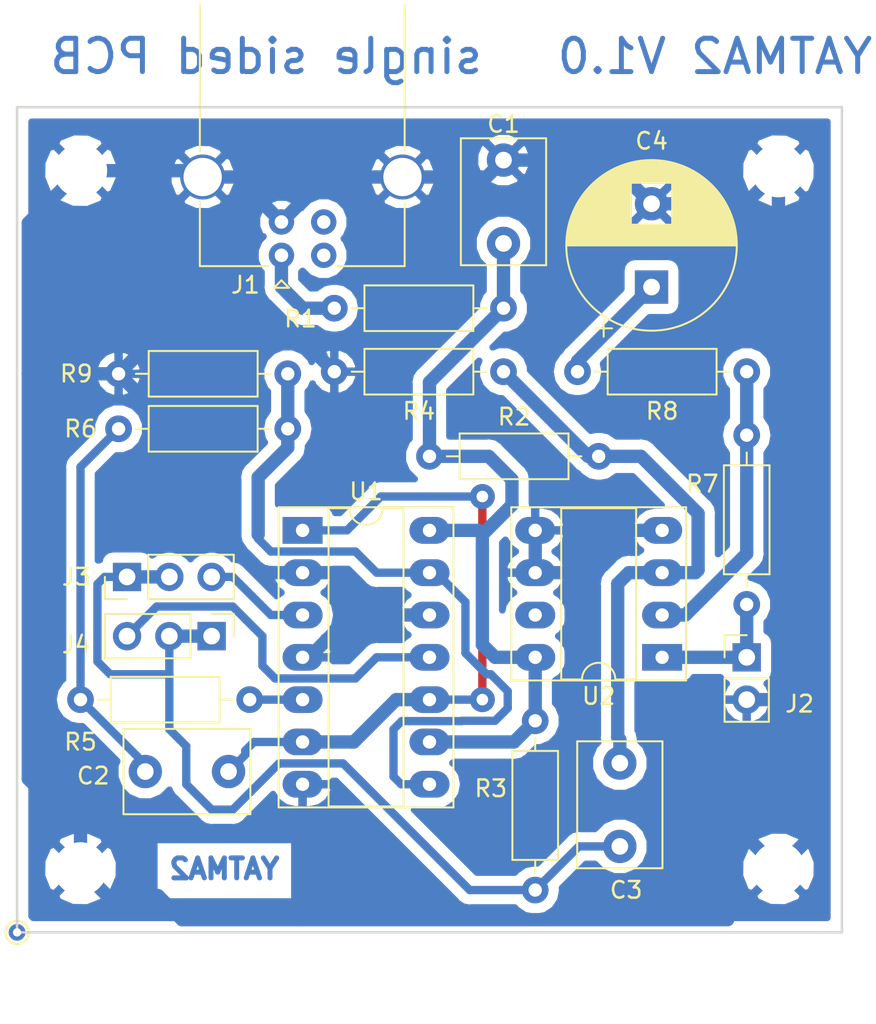
<source format=kicad_pcb>
(kicad_pcb (version 20171130) (host pcbnew "(5.0.0-rc2-dev-252-gb5f1fdd98)")

  (general
    (thickness 1.6)
    (drawings 8)
    (tracks 173)
    (zones 0)
    (modules 24)
    (nets 18)
  )

  (page A4)
  (title_block
    (title "YATMA2 transistor matcher")
    (date 2018-03-21)
    (rev 1.0)
    (company www.kulturgueter-schuppen.de)
  )

  (layers
    (0 F.Cu signal)
    (31 B.Cu signal)
    (32 B.Adhes user)
    (33 F.Adhes user)
    (34 B.Paste user)
    (35 F.Paste user)
    (36 B.SilkS user)
    (37 F.SilkS user)
    (38 B.Mask user)
    (39 F.Mask user)
    (40 Dwgs.User user)
    (41 Cmts.User user)
    (42 Eco1.User user)
    (43 Eco2.User user)
    (44 Edge.Cuts user)
    (45 Margin user)
    (46 B.CrtYd user)
    (47 F.CrtYd user hide)
    (48 B.Fab user)
    (49 F.Fab user)
  )

  (setup
    (last_trace_width 0.3)
    (user_trace_width 0.3)
    (user_trace_width 0.5)
    (user_trace_width 0.8)
    (user_trace_width 1.27)
    (trace_clearance 0.2)
    (zone_clearance 0.508)
    (zone_45_only no)
    (trace_min 0.3)
    (segment_width 0.2)
    (edge_width 0.15)
    (via_size 1.2)
    (via_drill 0.6)
    (via_min_size 0.8)
    (via_min_drill 0.5)
    (user_via 1.5 0.7)
    (uvia_size 0.3)
    (uvia_drill 0.1)
    (uvias_allowed no)
    (uvia_min_size 0.2)
    (uvia_min_drill 0.1)
    (pcb_text_width 0.3)
    (pcb_text_size 1.5 1.5)
    (mod_edge_width 0.15)
    (mod_text_size 1 1)
    (mod_text_width 0.15)
    (pad_size 1.524 1.524)
    (pad_drill 0.762)
    (pad_to_mask_clearance 0.2)
    (aux_axis_origin 109.22 80.01)
    (grid_origin 109.22 80.01)
    (visible_elements 7FFFFF7F)
    (pcbplotparams
      (layerselection 0x00000_fffffffe)
      (usegerberextensions false)
      (usegerberattributes false)
      (usegerberadvancedattributes false)
      (creategerberjobfile false)
      (excludeedgelayer false)
      (linewidth 0.100000)
      (plotframeref false)
      (viasonmask false)
      (mode 1)
      (useauxorigin false)
      (hpglpennumber 1)
      (hpglpenspeed 20)
      (hpglpendiameter 15)
      (psnegative false)
      (psa4output false)
      (plotreference false)
      (plotvalue false)
      (plotinvisibletext false)
      (padsonsilk true)
      (subtractmaskfromsilk false)
      (outputformat 4)
      (mirror false)
      (drillshape 1)
      (scaleselection 1)
      (outputdirectory ""))
  )

  (net 0 "")
  (net 1 "Net-(J2-Pad1)")
  (net 2 "Net-(R7-Pad2)")
  (net 3 "Net-(R6-Pad2)")
  (net 4 "Net-(C2-Pad2)")
  (net 5 "Net-(R5-Pad1)")
  (net 6 GND)
  (net 7 "Net-(C3-Pad1)")
  (net 8 +5V)
  (net 9 "Net-(C3-Pad2)")
  (net 10 "Net-(J1-Pad1)")
  (net 11 "Net-(C4-Pad1)")
  (net 12 "Net-(U2-Pad7)")
  (net 13 "Net-(C2-Pad1)")
  (net 14 "Net-(J1-Pad2)")
  (net 15 "Net-(J1-Pad3)")
  (net 16 "Net-(J3-Pad3)")
  (net 17 "Net-(J4-Pad3)")

  (net_class Default "Dies ist die voreingestellte Netzklasse."
    (clearance 0.2)
    (trace_width 0.3)
    (via_dia 1.2)
    (via_drill 0.6)
    (uvia_dia 0.3)
    (uvia_drill 0.1)
    (diff_pair_gap 0.3)
    (diff_pair_width 0.3)
    (add_net +5V)
    (add_net GND)
    (add_net "Net-(C2-Pad1)")
    (add_net "Net-(C2-Pad2)")
    (add_net "Net-(C3-Pad1)")
    (add_net "Net-(C3-Pad2)")
    (add_net "Net-(C4-Pad1)")
    (add_net "Net-(J1-Pad1)")
    (add_net "Net-(J1-Pad2)")
    (add_net "Net-(J1-Pad3)")
    (add_net "Net-(J2-Pad1)")
    (add_net "Net-(J3-Pad3)")
    (add_net "Net-(J4-Pad3)")
    (add_net "Net-(R5-Pad1)")
    (add_net "Net-(R6-Pad2)")
    (add_net "Net-(R7-Pad2)")
    (add_net "Net-(U2-Pad7)")
  )

  (module Connector_PinHeader_2.54mm:PinHeader_1x03_P2.54mm_Vertical (layer F.Cu) (tedit 59FED5CC) (tstamp 5AB34FC6)
    (at 115.824 58.674 90)
    (descr "Through hole straight pin header, 1x03, 2.54mm pitch, single row")
    (tags "Through hole pin header THT 1x03 2.54mm single row")
    (path /5AB27165)
    (fp_text reference J3 (at 0 -3.048 180) (layer F.SilkS)
      (effects (font (size 1 1) (thickness 0.15)))
    )
    (fp_text value DUT1 (at 1.524 -4.064 180) (layer F.Fab)
      (effects (font (size 1 1) (thickness 0.15)))
    )
    (fp_text user %R (at 0 2.54 180) (layer F.Fab)
      (effects (font (size 1 1) (thickness 0.15)))
    )
    (fp_line (start 1.8 -1.8) (end -1.8 -1.8) (layer F.CrtYd) (width 0.05))
    (fp_line (start 1.8 6.85) (end 1.8 -1.8) (layer F.CrtYd) (width 0.05))
    (fp_line (start -1.8 6.85) (end 1.8 6.85) (layer F.CrtYd) (width 0.05))
    (fp_line (start -1.8 -1.8) (end -1.8 6.85) (layer F.CrtYd) (width 0.05))
    (fp_line (start -1.33 -1.33) (end 0 -1.33) (layer F.SilkS) (width 0.12))
    (fp_line (start -1.33 0) (end -1.33 -1.33) (layer F.SilkS) (width 0.12))
    (fp_line (start -1.33 1.27) (end 1.33 1.27) (layer F.SilkS) (width 0.12))
    (fp_line (start 1.33 1.27) (end 1.33 6.41) (layer F.SilkS) (width 0.12))
    (fp_line (start -1.33 1.27) (end -1.33 6.41) (layer F.SilkS) (width 0.12))
    (fp_line (start -1.33 6.41) (end 1.33 6.41) (layer F.SilkS) (width 0.12))
    (fp_line (start -1.27 -0.635) (end -0.635 -1.27) (layer F.Fab) (width 0.1))
    (fp_line (start -1.27 6.35) (end -1.27 -0.635) (layer F.Fab) (width 0.1))
    (fp_line (start 1.27 6.35) (end -1.27 6.35) (layer F.Fab) (width 0.1))
    (fp_line (start 1.27 -1.27) (end 1.27 6.35) (layer F.Fab) (width 0.1))
    (fp_line (start -0.635 -1.27) (end 1.27 -1.27) (layer F.Fab) (width 0.1))
    (pad 3 thru_hole oval (at 0 5.08 90) (size 1.7 1.7) (drill 1) (layers *.Cu *.Mask)
      (net 16 "Net-(J3-Pad3)"))
    (pad 2 thru_hole oval (at 0 2.54 90) (size 1.7 1.7) (drill 1) (layers *.Cu *.Mask)
      (net 9 "Net-(C3-Pad2)"))
    (pad 1 thru_hole rect (at 0 0 90) (size 1.7 1.7) (drill 1) (layers *.Cu *.Mask)
      (net 9 "Net-(C3-Pad2)"))
    (model ${KISYS3DMOD}/Connector_PinHeader_2.54mm.3dshapes/PinHeader_1x03_P2.54mm_Vertical.wrl
      (at (xyz 0 0 0))
      (scale (xyz 1 1 1))
      (rotate (xyz 0 0 0))
    )
  )

  (module Connector_PinHeader_2.54mm:PinHeader_1x03_P2.54mm_Vertical (layer F.Cu) (tedit 59FED5CC) (tstamp 5AB34FB0)
    (at 120.904 62.23 270)
    (descr "Through hole straight pin header, 1x03, 2.54mm pitch, single row")
    (tags "Through hole pin header THT 1x03 2.54mm single row")
    (path /5AB29E3D)
    (fp_text reference J4 (at 0.508 8.128) (layer F.SilkS)
      (effects (font (size 1 1) (thickness 0.15)))
    )
    (fp_text value DUT1 (at -1.016 9.144) (layer F.Fab)
      (effects (font (size 1 1) (thickness 0.15)))
    )
    (fp_line (start -0.635 -1.27) (end 1.27 -1.27) (layer F.Fab) (width 0.1))
    (fp_line (start 1.27 -1.27) (end 1.27 6.35) (layer F.Fab) (width 0.1))
    (fp_line (start 1.27 6.35) (end -1.27 6.35) (layer F.Fab) (width 0.1))
    (fp_line (start -1.27 6.35) (end -1.27 -0.635) (layer F.Fab) (width 0.1))
    (fp_line (start -1.27 -0.635) (end -0.635 -1.27) (layer F.Fab) (width 0.1))
    (fp_line (start -1.33 6.41) (end 1.33 6.41) (layer F.SilkS) (width 0.12))
    (fp_line (start -1.33 1.27) (end -1.33 6.41) (layer F.SilkS) (width 0.12))
    (fp_line (start 1.33 1.27) (end 1.33 6.41) (layer F.SilkS) (width 0.12))
    (fp_line (start -1.33 1.27) (end 1.33 1.27) (layer F.SilkS) (width 0.12))
    (fp_line (start -1.33 0) (end -1.33 -1.33) (layer F.SilkS) (width 0.12))
    (fp_line (start -1.33 -1.33) (end 0 -1.33) (layer F.SilkS) (width 0.12))
    (fp_line (start -1.8 -1.8) (end -1.8 6.85) (layer F.CrtYd) (width 0.05))
    (fp_line (start -1.8 6.85) (end 1.8 6.85) (layer F.CrtYd) (width 0.05))
    (fp_line (start 1.8 6.85) (end 1.8 -1.8) (layer F.CrtYd) (width 0.05))
    (fp_line (start 1.8 -1.8) (end -1.8 -1.8) (layer F.CrtYd) (width 0.05))
    (fp_text user %R (at 0 2.54) (layer F.Fab)
      (effects (font (size 1 1) (thickness 0.15)))
    )
    (pad 1 thru_hole rect (at 0 0 270) (size 1.7 1.7) (drill 1) (layers *.Cu *.Mask)
      (net 9 "Net-(C3-Pad2)"))
    (pad 2 thru_hole oval (at 0 2.54 270) (size 1.7 1.7) (drill 1) (layers *.Cu *.Mask)
      (net 9 "Net-(C3-Pad2)"))
    (pad 3 thru_hole oval (at 0 5.08 270) (size 1.7 1.7) (drill 1) (layers *.Cu *.Mask)
      (net 17 "Net-(J4-Pad3)"))
    (model ${KISYS3DMOD}/Connector_PinHeader_2.54mm.3dshapes/PinHeader_1x03_P2.54mm_Vertical.wrl
      (at (xyz 0 0 0))
      (scale (xyz 1 1 1))
      (rotate (xyz 0 0 0))
    )
  )

  (module Resistor_THT:R_Axial_DIN0207_L6.3mm_D2.5mm_P10.16mm_Horizontal (layer F.Cu) (tedit 5A24F4B6) (tstamp 5AB5292A)
    (at 138.43 46.355 180)
    (descr "Resistor, Axial_DIN0207 series, Axial, Horizontal, pin pitch=10.16mm, 0.25W = 1/4W, length*diameter=6.3*2.5mm^2, http://cdn-reichelt.de/documents/datenblatt/B400/1_4W%23YAG.pdf")
    (tags "Resistor Axial_DIN0207 series Axial Horizontal pin pitch 10.16mm 0.25W = 1/4W length 6.3mm diameter 2.5mm")
    (path /5AB4713E)
    (fp_text reference R4 (at 5.08 -2.37 180) (layer F.SilkS)
      (effects (font (size 1 1) (thickness 0.15)))
    )
    (fp_text value 1M (at 4.826 0.127 180) (layer F.Fab)
      (effects (font (size 1 1) (thickness 0.15)))
    )
    (fp_text user %R (at 5.08 -2.413 180) (layer F.Fab)
      (effects (font (size 1 1) (thickness 0.15)))
    )
    (fp_line (start 11.25 -1.65) (end -1.05 -1.65) (layer F.CrtYd) (width 0.05))
    (fp_line (start 11.25 1.65) (end 11.25 -1.65) (layer F.CrtYd) (width 0.05))
    (fp_line (start -1.05 1.65) (end 11.25 1.65) (layer F.CrtYd) (width 0.05))
    (fp_line (start -1.05 -1.65) (end -1.05 1.65) (layer F.CrtYd) (width 0.05))
    (fp_line (start 9.12 0) (end 8.35 0) (layer F.SilkS) (width 0.12))
    (fp_line (start 1.04 0) (end 1.81 0) (layer F.SilkS) (width 0.12))
    (fp_line (start 8.35 -1.37) (end 1.81 -1.37) (layer F.SilkS) (width 0.12))
    (fp_line (start 8.35 1.37) (end 8.35 -1.37) (layer F.SilkS) (width 0.12))
    (fp_line (start 1.81 1.37) (end 8.35 1.37) (layer F.SilkS) (width 0.12))
    (fp_line (start 1.81 -1.37) (end 1.81 1.37) (layer F.SilkS) (width 0.12))
    (fp_line (start 10.16 0) (end 8.23 0) (layer F.Fab) (width 0.1))
    (fp_line (start 0 0) (end 1.93 0) (layer F.Fab) (width 0.1))
    (fp_line (start 8.23 -1.25) (end 1.93 -1.25) (layer F.Fab) (width 0.1))
    (fp_line (start 8.23 1.25) (end 8.23 -1.25) (layer F.Fab) (width 0.1))
    (fp_line (start 1.93 1.25) (end 8.23 1.25) (layer F.Fab) (width 0.1))
    (fp_line (start 1.93 -1.25) (end 1.93 1.25) (layer F.Fab) (width 0.1))
    (pad 2 thru_hole oval (at 10.16 0 180) (size 1.6 1.6) (drill 0.8) (layers *.Cu *.Mask)
      (net 6 GND))
    (pad 1 thru_hole circle (at 0 0 180) (size 1.6 1.6) (drill 0.8) (layers *.Cu *.Mask)
      (net 7 "Net-(C3-Pad1)"))
    (model ${KISYS3DMOD}/Resistor_THT.3dshapes/R_Axial_DIN0207_L6.3mm_D2.5mm_P10.16mm_Horizontal.wrl
      (at (xyz 0 0 0))
      (scale (xyz 1 1 1))
      (rotate (xyz 0 0 0))
    )
  )

  (module Resistor_THT:R_Axial_DIN0207_L6.3mm_D2.5mm_P10.16mm_Horizontal (layer F.Cu) (tedit 5A24F4B6) (tstamp 5AB52982)
    (at 125.476 46.482 180)
    (descr "Resistor, Axial_DIN0207 series, Axial, Horizontal, pin pitch=10.16mm, 0.25W = 1/4W, length*diameter=6.3*2.5mm^2, http://cdn-reichelt.de/documents/datenblatt/B400/1_4W%23YAG.pdf")
    (tags "Resistor Axial_DIN0207 series Axial Horizontal pin pitch 10.16mm 0.25W = 1/4W length 6.3mm diameter 2.5mm")
    (path /5AB43257)
    (fp_text reference R9 (at 12.7 0 180) (layer F.SilkS)
      (effects (font (size 1 1) (thickness 0.15)))
    )
    (fp_text value 10k (at 5.08 0 180) (layer F.Fab)
      (effects (font (size 1 1) (thickness 0.15)))
    )
    (fp_text user %R (at 12.7 0 180) (layer F.Fab)
      (effects (font (size 1 1) (thickness 0.15)))
    )
    (fp_line (start 11.25 -1.65) (end -1.05 -1.65) (layer F.CrtYd) (width 0.05))
    (fp_line (start 11.25 1.65) (end 11.25 -1.65) (layer F.CrtYd) (width 0.05))
    (fp_line (start -1.05 1.65) (end 11.25 1.65) (layer F.CrtYd) (width 0.05))
    (fp_line (start -1.05 -1.65) (end -1.05 1.65) (layer F.CrtYd) (width 0.05))
    (fp_line (start 9.12 0) (end 8.35 0) (layer F.SilkS) (width 0.12))
    (fp_line (start 1.04 0) (end 1.81 0) (layer F.SilkS) (width 0.12))
    (fp_line (start 8.35 -1.37) (end 1.81 -1.37) (layer F.SilkS) (width 0.12))
    (fp_line (start 8.35 1.37) (end 8.35 -1.37) (layer F.SilkS) (width 0.12))
    (fp_line (start 1.81 1.37) (end 8.35 1.37) (layer F.SilkS) (width 0.12))
    (fp_line (start 1.81 -1.37) (end 1.81 1.37) (layer F.SilkS) (width 0.12))
    (fp_line (start 10.16 0) (end 8.23 0) (layer F.Fab) (width 0.1))
    (fp_line (start 0 0) (end 1.93 0) (layer F.Fab) (width 0.1))
    (fp_line (start 8.23 -1.25) (end 1.93 -1.25) (layer F.Fab) (width 0.1))
    (fp_line (start 8.23 1.25) (end 8.23 -1.25) (layer F.Fab) (width 0.1))
    (fp_line (start 1.93 1.25) (end 8.23 1.25) (layer F.Fab) (width 0.1))
    (fp_line (start 1.93 -1.25) (end 1.93 1.25) (layer F.Fab) (width 0.1))
    (pad 2 thru_hole oval (at 10.16 0 180) (size 1.6 1.6) (drill 0.8) (layers *.Cu *.Mask)
      (net 6 GND))
    (pad 1 thru_hole circle (at 0 0 180) (size 1.6 1.6) (drill 0.8) (layers *.Cu *.Mask)
      (net 3 "Net-(R6-Pad2)"))
    (model ${KISYS3DMOD}/Resistor_THT.3dshapes/R_Axial_DIN0207_L6.3mm_D2.5mm_P10.16mm_Horizontal.wrl
      (at (xyz 0 0 0))
      (scale (xyz 1 1 1))
      (rotate (xyz 0 0 0))
    )
  )

  (module MountingHole:MountingHole_3.2mm_M3_DIN965 (layer F.Cu) (tedit 5AB27F9B) (tstamp 5AB56770)
    (at 113.03 34.29)
    (descr "Mounting Hole 3.2mm, no annular, M3, DIN965")
    (tags "mounting hole 3.2mm no annular m3 din965")
    (path /5AB8BF97)
    (attr virtual)
    (fp_text reference MK1 (at 0 -3.8) (layer F.SilkS) hide
      (effects (font (size 1 1) (thickness 0.15)))
    )
    (fp_text value Mounting_Hole_PAD (at 0 3.8) (layer F.Fab) hide
      (effects (font (size 1 1) (thickness 0.15)))
    )
    (fp_circle (center 0 0) (end 3.05 0) (layer F.CrtYd) (width 0.05))
    (fp_circle (center 0 0) (end 2.8 0) (layer Cmts.User) (width 0.15))
    (fp_text user %R (at 0.3 0) (layer F.Fab)
      (effects (font (size 1 1) (thickness 0.15)))
    )
    (pad 1 np_thru_hole circle (at 0 0) (size 3.2 3.2) (drill 3.2) (layers *.Cu *.Mask)
      (net 6 GND))
  )

  (module MountingHole:MountingHole_3.2mm_M3_DIN965 (layer F.Cu) (tedit 5AB289F6) (tstamp 5AB3527A)
    (at 113.03 76.2)
    (descr "Mounting Hole 3.2mm, no annular, M3, DIN965")
    (tags "mounting hole 3.2mm no annular m3 din965")
    (path /5AB8BFA4)
    (attr virtual)
    (fp_text reference MK2 (at 0 -3.8) (layer F.SilkS) hide
      (effects (font (size 1 1) (thickness 0.15)))
    )
    (fp_text value Mounting_Hole_PAD (at 0 3.8) (layer F.Fab) hide
      (effects (font (size 1 1) (thickness 0.15)))
    )
    (fp_text user %R (at 0.3 0) (layer F.Fab)
      (effects (font (size 1 1) (thickness 0.15)))
    )
    (fp_circle (center 0 0) (end 2.8 0) (layer Cmts.User) (width 0.15))
    (fp_circle (center 0 0) (end 3.05 0) (layer F.CrtYd) (width 0.05))
    (pad 1 np_thru_hole circle (at 0 0) (size 3.2 3.2) (drill 3.2) (layers *.Cu *.Mask)
      (net 6 GND))
  )

  (module MountingHole:MountingHole_3.2mm_M3_DIN965 (layer F.Cu) (tedit 5AB289F1) (tstamp 5AB56760)
    (at 154.94 76.2)
    (descr "Mounting Hole 3.2mm, no annular, M3, DIN965")
    (tags "mounting hole 3.2mm no annular m3 din965")
    (path /5AB8D775)
    (attr virtual)
    (fp_text reference MK3 (at 0 -3.8) (layer F.SilkS) hide
      (effects (font (size 1 1) (thickness 0.15)))
    )
    (fp_text value Mounting_Hole_PAD (at 0 3.8) (layer F.Fab) hide
      (effects (font (size 1 1) (thickness 0.15)))
    )
    (fp_circle (center 0 0) (end 3.05 0) (layer F.CrtYd) (width 0.05))
    (fp_circle (center 0 0) (end 2.8 0) (layer Cmts.User) (width 0.15))
    (fp_text user %R (at 0.3 0) (layer F.Fab)
      (effects (font (size 1 1) (thickness 0.15)))
    )
    (pad 1 np_thru_hole circle (at 0 0) (size 3.2 3.2) (drill 3.2) (layers *.Cu *.Mask)
      (net 6 GND))
  )

  (module MountingHole:MountingHole_3.2mm_M3_DIN965 (layer F.Cu) (tedit 5AB27F94) (tstamp 5AB26D19)
    (at 154.94 34.29)
    (descr "Mounting Hole 3.2mm, no annular, M3, DIN965")
    (tags "mounting hole 3.2mm no annular m3 din965")
    (path /5AB8D782)
    (attr virtual)
    (fp_text reference MK4 (at 0 -3.8) (layer F.SilkS) hide
      (effects (font (size 1 1) (thickness 0.15)))
    )
    (fp_text value Mounting_Hole_PAD (at 0 3.8) (layer F.Fab) hide
      (effects (font (size 1 1) (thickness 0.15)))
    )
    (fp_text user %R (at 0.3 0) (layer F.Fab)
      (effects (font (size 1 1) (thickness 0.15)))
    )
    (fp_circle (center 0 0) (end 2.8 0) (layer Cmts.User) (width 0.15))
    (fp_circle (center 0 0) (end 3.05 0) (layer F.CrtYd) (width 0.05))
    (pad 1 np_thru_hole circle (at 0 0) (size 3.2 3.2) (drill 3.2) (layers *.Cu *.Mask)
      (net 6 GND))
  )

  (module TestPoint:TestPoint_THTPad_D1.0mm_Drill0.5mm (layer F.Cu) (tedit 5AB28A08) (tstamp 5AB5652C)
    (at 109.22 80.01)
    (descr "THT pad as test Point, diameter 1.0mm, hole diameter 0.5mm")
    (tags "test point THT pad")
    (path /5AB8BFB1)
    (attr virtual)
    (fp_text reference MK5 (at 0 -1.448) (layer F.SilkS) hide
      (effects (font (size 1 1) (thickness 0.15)))
    )
    (fp_text value "drill reference mark" (at 0 1.55) (layer F.Fab) hide
      (effects (font (size 1 1) (thickness 0.15)))
    )
    (fp_text user %R (at 0 -1.45) (layer F.Fab) hide
      (effects (font (size 1 1) (thickness 0.15)))
    )
    (fp_circle (center 0 0) (end 1 0) (layer F.CrtYd) (width 0.05))
    (fp_circle (center 0 0) (end 0 0.7) (layer F.SilkS) (width 0.12))
    (pad 1 np_thru_hole circle (at 0 0) (size 1 1) (drill 0.5) (layers *.Cu *.Mask))
  )

  (module Resistor_THT:R_Axial_DIN0207_L6.3mm_D2.5mm_P10.16mm_Horizontal (layer F.Cu) (tedit 5A24F4B6) (tstamp 5AB56F80)
    (at 153.035 46.355 180)
    (descr "Resistor, Axial_DIN0207 series, Axial, Horizontal, pin pitch=10.16mm, 0.25W = 1/4W, length*diameter=6.3*2.5mm^2, http://cdn-reichelt.de/documents/datenblatt/B400/1_4W%23YAG.pdf")
    (tags "Resistor Axial_DIN0207 series Axial Horizontal pin pitch 10.16mm 0.25W = 1/4W length 6.3mm diameter 2.5mm")
    (path /5AB4CFC4)
    (fp_text reference R8 (at 5.08 -2.37 180) (layer F.SilkS)
      (effects (font (size 1 1) (thickness 0.15)))
    )
    (fp_text value 1k (at 5.08 0.127 180) (layer F.Fab)
      (effects (font (size 1 1) (thickness 0.15)))
    )
    (fp_line (start 1.93 -1.25) (end 1.93 1.25) (layer F.Fab) (width 0.1))
    (fp_line (start 1.93 1.25) (end 8.23 1.25) (layer F.Fab) (width 0.1))
    (fp_line (start 8.23 1.25) (end 8.23 -1.25) (layer F.Fab) (width 0.1))
    (fp_line (start 8.23 -1.25) (end 1.93 -1.25) (layer F.Fab) (width 0.1))
    (fp_line (start 0 0) (end 1.93 0) (layer F.Fab) (width 0.1))
    (fp_line (start 10.16 0) (end 8.23 0) (layer F.Fab) (width 0.1))
    (fp_line (start 1.81 -1.37) (end 1.81 1.37) (layer F.SilkS) (width 0.12))
    (fp_line (start 1.81 1.37) (end 8.35 1.37) (layer F.SilkS) (width 0.12))
    (fp_line (start 8.35 1.37) (end 8.35 -1.37) (layer F.SilkS) (width 0.12))
    (fp_line (start 8.35 -1.37) (end 1.81 -1.37) (layer F.SilkS) (width 0.12))
    (fp_line (start 1.04 0) (end 1.81 0) (layer F.SilkS) (width 0.12))
    (fp_line (start 9.12 0) (end 8.35 0) (layer F.SilkS) (width 0.12))
    (fp_line (start -1.05 -1.65) (end -1.05 1.65) (layer F.CrtYd) (width 0.05))
    (fp_line (start -1.05 1.65) (end 11.25 1.65) (layer F.CrtYd) (width 0.05))
    (fp_line (start 11.25 1.65) (end 11.25 -1.65) (layer F.CrtYd) (width 0.05))
    (fp_line (start 11.25 -1.65) (end -1.05 -1.65) (layer F.CrtYd) (width 0.05))
    (fp_text user %R (at 5.08 -2.413 180) (layer F.Fab)
      (effects (font (size 1 1) (thickness 0.15)))
    )
    (pad 1 thru_hole circle (at 0 0 180) (size 1.6 1.6) (drill 0.8) (layers *.Cu *.Mask)
      (net 2 "Net-(R7-Pad2)"))
    (pad 2 thru_hole oval (at 10.16 0 180) (size 1.6 1.6) (drill 0.8) (layers *.Cu *.Mask)
      (net 11 "Net-(C4-Pad1)"))
    (model ${KISYS3DMOD}/Resistor_THT.3dshapes/R_Axial_DIN0207_L6.3mm_D2.5mm_P10.16mm_Horizontal.wrl
      (at (xyz 0 0 0))
      (scale (xyz 1 1 1))
      (rotate (xyz 0 0 0))
    )
  )

  (module Resistor_THT:R_Axial_DIN0207_L6.3mm_D2.5mm_P10.16mm_Horizontal (layer F.Cu) (tedit 5A24F4B6) (tstamp 5AB27D93)
    (at 133.985 51.435)
    (descr "Resistor, Axial_DIN0207 series, Axial, Horizontal, pin pitch=10.16mm, 0.25W = 1/4W, length*diameter=6.3*2.5mm^2, http://cdn-reichelt.de/documents/datenblatt/B400/1_4W%23YAG.pdf")
    (tags "Resistor Axial_DIN0207 series Axial Horizontal pin pitch 10.16mm 0.25W = 1/4W length 6.3mm diameter 2.5mm")
    (path /5AB47137)
    (fp_text reference R2 (at 5.08 -2.37) (layer F.SilkS)
      (effects (font (size 1 1) (thickness 0.15)))
    )
    (fp_text value 1M (at 5.207 0.127) (layer F.Fab)
      (effects (font (size 1 1) (thickness 0.15)))
    )
    (fp_line (start 1.93 -1.25) (end 1.93 1.25) (layer F.Fab) (width 0.1))
    (fp_line (start 1.93 1.25) (end 8.23 1.25) (layer F.Fab) (width 0.1))
    (fp_line (start 8.23 1.25) (end 8.23 -1.25) (layer F.Fab) (width 0.1))
    (fp_line (start 8.23 -1.25) (end 1.93 -1.25) (layer F.Fab) (width 0.1))
    (fp_line (start 0 0) (end 1.93 0) (layer F.Fab) (width 0.1))
    (fp_line (start 10.16 0) (end 8.23 0) (layer F.Fab) (width 0.1))
    (fp_line (start 1.81 -1.37) (end 1.81 1.37) (layer F.SilkS) (width 0.12))
    (fp_line (start 1.81 1.37) (end 8.35 1.37) (layer F.SilkS) (width 0.12))
    (fp_line (start 8.35 1.37) (end 8.35 -1.37) (layer F.SilkS) (width 0.12))
    (fp_line (start 8.35 -1.37) (end 1.81 -1.37) (layer F.SilkS) (width 0.12))
    (fp_line (start 1.04 0) (end 1.81 0) (layer F.SilkS) (width 0.12))
    (fp_line (start 9.12 0) (end 8.35 0) (layer F.SilkS) (width 0.12))
    (fp_line (start -1.05 -1.65) (end -1.05 1.65) (layer F.CrtYd) (width 0.05))
    (fp_line (start -1.05 1.65) (end 11.25 1.65) (layer F.CrtYd) (width 0.05))
    (fp_line (start 11.25 1.65) (end 11.25 -1.65) (layer F.CrtYd) (width 0.05))
    (fp_line (start 11.25 -1.65) (end -1.05 -1.65) (layer F.CrtYd) (width 0.05))
    (fp_text user %R (at 5.207 -2.413) (layer F.Fab)
      (effects (font (size 1 1) (thickness 0.15)))
    )
    (pad 1 thru_hole circle (at 0 0) (size 1.6 1.6) (drill 0.8) (layers *.Cu *.Mask)
      (net 8 +5V))
    (pad 2 thru_hole oval (at 10.16 0) (size 1.6 1.6) (drill 0.8) (layers *.Cu *.Mask)
      (net 7 "Net-(C3-Pad1)"))
    (model ${KISYS3DMOD}/Resistor_THT.3dshapes/R_Axial_DIN0207_L6.3mm_D2.5mm_P10.16mm_Horizontal.wrl
      (at (xyz 0 0 0))
      (scale (xyz 1 1 1))
      (rotate (xyz 0 0 0))
    )
  )

  (module Resistor_THT:R_Axial_DIN0207_L6.3mm_D2.5mm_P10.16mm_Horizontal (layer F.Cu) (tedit 5A24F4B6) (tstamp 5AB52956)
    (at 138.43 42.545 180)
    (descr "Resistor, Axial_DIN0207 series, Axial, Horizontal, pin pitch=10.16mm, 0.25W = 1/4W, length*diameter=6.3*2.5mm^2, http://cdn-reichelt.de/documents/datenblatt/B400/1_4W%23YAG.pdf")
    (tags "Resistor Axial_DIN0207 series Axial Horizontal pin pitch 10.16mm 0.25W = 1/4W length 6.3mm diameter 2.5mm")
    (path /5AB66C8C)
    (fp_text reference R1 (at 12.192 -0.635 180) (layer F.SilkS)
      (effects (font (size 1 1) (thickness 0.15)))
    )
    (fp_text value 220 (at 5.08 -0.127 180) (layer F.Fab)
      (effects (font (size 1 1) (thickness 0.15)))
    )
    (fp_text user %R (at 12.192 -0.635 180) (layer F.Fab)
      (effects (font (size 1 1) (thickness 0.15)))
    )
    (fp_line (start 11.25 -1.65) (end -1.05 -1.65) (layer F.CrtYd) (width 0.05))
    (fp_line (start 11.25 1.65) (end 11.25 -1.65) (layer F.CrtYd) (width 0.05))
    (fp_line (start -1.05 1.65) (end 11.25 1.65) (layer F.CrtYd) (width 0.05))
    (fp_line (start -1.05 -1.65) (end -1.05 1.65) (layer F.CrtYd) (width 0.05))
    (fp_line (start 9.12 0) (end 8.35 0) (layer F.SilkS) (width 0.12))
    (fp_line (start 1.04 0) (end 1.81 0) (layer F.SilkS) (width 0.12))
    (fp_line (start 8.35 -1.37) (end 1.81 -1.37) (layer F.SilkS) (width 0.12))
    (fp_line (start 8.35 1.37) (end 8.35 -1.37) (layer F.SilkS) (width 0.12))
    (fp_line (start 1.81 1.37) (end 8.35 1.37) (layer F.SilkS) (width 0.12))
    (fp_line (start 1.81 -1.37) (end 1.81 1.37) (layer F.SilkS) (width 0.12))
    (fp_line (start 10.16 0) (end 8.23 0) (layer F.Fab) (width 0.1))
    (fp_line (start 0 0) (end 1.93 0) (layer F.Fab) (width 0.1))
    (fp_line (start 8.23 -1.25) (end 1.93 -1.25) (layer F.Fab) (width 0.1))
    (fp_line (start 8.23 1.25) (end 8.23 -1.25) (layer F.Fab) (width 0.1))
    (fp_line (start 1.93 1.25) (end 8.23 1.25) (layer F.Fab) (width 0.1))
    (fp_line (start 1.93 -1.25) (end 1.93 1.25) (layer F.Fab) (width 0.1))
    (pad 2 thru_hole oval (at 10.16 0 180) (size 1.6 1.6) (drill 0.8) (layers *.Cu *.Mask)
      (net 10 "Net-(J1-Pad1)"))
    (pad 1 thru_hole circle (at 0 0 180) (size 1.6 1.6) (drill 0.8) (layers *.Cu *.Mask)
      (net 8 +5V))
    (model ${KISYS3DMOD}/Resistor_THT.3dshapes/R_Axial_DIN0207_L6.3mm_D2.5mm_P10.16mm_Horizontal.wrl
      (at (xyz 0 0 0))
      (scale (xyz 1 1 1))
      (rotate (xyz 0 0 0))
    )
  )

  (module Resistor_THT:R_Axial_DIN0207_L6.3mm_D2.5mm_P10.16mm_Horizontal (layer F.Cu) (tedit 5A24F4B6) (tstamp 5AB52940)
    (at 140.335 67.31 270)
    (descr "Resistor, Axial_DIN0207 series, Axial, Horizontal, pin pitch=10.16mm, 0.25W = 1/4W, length*diameter=6.3*2.5mm^2, http://cdn-reichelt.de/documents/datenblatt/B400/1_4W%23YAG.pdf")
    (tags "Resistor Axial_DIN0207 series Axial Horizontal pin pitch 10.16mm 0.25W = 1/4W length 6.3mm diameter 2.5mm")
    (path /5AB45655)
    (fp_text reference R3 (at 4.064 2.667) (layer F.SilkS)
      (effects (font (size 1 1) (thickness 0.15)))
    )
    (fp_text value opt (at 6.35 0.127) (layer F.Fab)
      (effects (font (size 1 1) (thickness 0.15)))
    )
    (fp_line (start 1.93 -1.25) (end 1.93 1.25) (layer F.Fab) (width 0.1))
    (fp_line (start 1.93 1.25) (end 8.23 1.25) (layer F.Fab) (width 0.1))
    (fp_line (start 8.23 1.25) (end 8.23 -1.25) (layer F.Fab) (width 0.1))
    (fp_line (start 8.23 -1.25) (end 1.93 -1.25) (layer F.Fab) (width 0.1))
    (fp_line (start 0 0) (end 1.93 0) (layer F.Fab) (width 0.1))
    (fp_line (start 10.16 0) (end 8.23 0) (layer F.Fab) (width 0.1))
    (fp_line (start 1.81 -1.37) (end 1.81 1.37) (layer F.SilkS) (width 0.12))
    (fp_line (start 1.81 1.37) (end 8.35 1.37) (layer F.SilkS) (width 0.12))
    (fp_line (start 8.35 1.37) (end 8.35 -1.37) (layer F.SilkS) (width 0.12))
    (fp_line (start 8.35 -1.37) (end 1.81 -1.37) (layer F.SilkS) (width 0.12))
    (fp_line (start 1.04 0) (end 1.81 0) (layer F.SilkS) (width 0.12))
    (fp_line (start 9.12 0) (end 8.35 0) (layer F.SilkS) (width 0.12))
    (fp_line (start -1.05 -1.65) (end -1.05 1.65) (layer F.CrtYd) (width 0.05))
    (fp_line (start -1.05 1.65) (end 11.25 1.65) (layer F.CrtYd) (width 0.05))
    (fp_line (start 11.25 1.65) (end 11.25 -1.65) (layer F.CrtYd) (width 0.05))
    (fp_line (start 11.25 -1.65) (end -1.05 -1.65) (layer F.CrtYd) (width 0.05))
    (fp_text user %R (at 4.064 2.667) (layer F.Fab)
      (effects (font (size 1 1) (thickness 0.15)))
    )
    (pad 1 thru_hole circle (at 0 0 270) (size 1.6 1.6) (drill 0.8) (layers *.Cu *.Mask)
      (net 8 +5V))
    (pad 2 thru_hole oval (at 10.16 0 270) (size 1.6 1.6) (drill 0.8) (layers *.Cu *.Mask)
      (net 9 "Net-(C3-Pad2)"))
    (model ${KISYS3DMOD}/Resistor_THT.3dshapes/R_Axial_DIN0207_L6.3mm_D2.5mm_P10.16mm_Horizontal.wrl
      (at (xyz 0 0 0))
      (scale (xyz 1 1 1))
      (rotate (xyz 0 0 0))
    )
  )

  (module Resistor_THT:R_Axial_DIN0207_L6.3mm_D2.5mm_P10.16mm_Horizontal (layer F.Cu) (tedit 5A24F4B6) (tstamp 5AB52914)
    (at 123.19 66.04 180)
    (descr "Resistor, Axial_DIN0207 series, Axial, Horizontal, pin pitch=10.16mm, 0.25W = 1/4W, length*diameter=6.3*2.5mm^2, http://cdn-reichelt.de/documents/datenblatt/B400/1_4W%23YAG.pdf")
    (tags "Resistor Axial_DIN0207 series Axial Horizontal pin pitch 10.16mm 0.25W = 1/4W length 6.3mm diameter 2.5mm")
    (path /5AB42F17)
    (fp_text reference R5 (at 10.16 -2.54 180) (layer F.SilkS)
      (effects (font (size 1 1) (thickness 0.15)))
    )
    (fp_text value 100k (at 4.826 0 180) (layer F.Fab)
      (effects (font (size 1 1) (thickness 0.15)))
    )
    (fp_line (start 1.93 -1.25) (end 1.93 1.25) (layer F.Fab) (width 0.1))
    (fp_line (start 1.93 1.25) (end 8.23 1.25) (layer F.Fab) (width 0.1))
    (fp_line (start 8.23 1.25) (end 8.23 -1.25) (layer F.Fab) (width 0.1))
    (fp_line (start 8.23 -1.25) (end 1.93 -1.25) (layer F.Fab) (width 0.1))
    (fp_line (start 0 0) (end 1.93 0) (layer F.Fab) (width 0.1))
    (fp_line (start 10.16 0) (end 8.23 0) (layer F.Fab) (width 0.1))
    (fp_line (start 1.81 -1.37) (end 1.81 1.37) (layer F.SilkS) (width 0.12))
    (fp_line (start 1.81 1.37) (end 8.35 1.37) (layer F.SilkS) (width 0.12))
    (fp_line (start 8.35 1.37) (end 8.35 -1.37) (layer F.SilkS) (width 0.12))
    (fp_line (start 8.35 -1.37) (end 1.81 -1.37) (layer F.SilkS) (width 0.12))
    (fp_line (start 1.04 0) (end 1.81 0) (layer F.SilkS) (width 0.12))
    (fp_line (start 9.12 0) (end 8.35 0) (layer F.SilkS) (width 0.12))
    (fp_line (start -1.05 -1.65) (end -1.05 1.65) (layer F.CrtYd) (width 0.05))
    (fp_line (start -1.05 1.65) (end 11.25 1.65) (layer F.CrtYd) (width 0.05))
    (fp_line (start 11.25 1.65) (end 11.25 -1.65) (layer F.CrtYd) (width 0.05))
    (fp_line (start 11.25 -1.65) (end -1.05 -1.65) (layer F.CrtYd) (width 0.05))
    (fp_text user %R (at 10.16 -2.54 180) (layer F.Fab)
      (effects (font (size 1 1) (thickness 0.15)))
    )
    (pad 1 thru_hole circle (at 0 0 180) (size 1.6 1.6) (drill 0.8) (layers *.Cu *.Mask)
      (net 5 "Net-(R5-Pad1)"))
    (pad 2 thru_hole oval (at 10.16 0 180) (size 1.6 1.6) (drill 0.8) (layers *.Cu *.Mask)
      (net 4 "Net-(C2-Pad2)"))
    (model ${KISYS3DMOD}/Resistor_THT.3dshapes/R_Axial_DIN0207_L6.3mm_D2.5mm_P10.16mm_Horizontal.wrl
      (at (xyz 0 0 0))
      (scale (xyz 1 1 1))
      (rotate (xyz 0 0 0))
    )
  )

  (module Resistor_THT:R_Axial_DIN0207_L6.3mm_D2.5mm_P10.16mm_Horizontal (layer F.Cu) (tedit 5A24F4B6) (tstamp 5AB528FE)
    (at 115.316 49.784)
    (descr "Resistor, Axial_DIN0207 series, Axial, Horizontal, pin pitch=10.16mm, 0.25W = 1/4W, length*diameter=6.3*2.5mm^2, http://cdn-reichelt.de/documents/datenblatt/B400/1_4W%23YAG.pdf")
    (tags "Resistor Axial_DIN0207 series Axial Horizontal pin pitch 10.16mm 0.25W = 1/4W length 6.3mm diameter 2.5mm")
    (path /5AB42B74)
    (fp_text reference R6 (at -2.286 0) (layer F.SilkS)
      (effects (font (size 1 1) (thickness 0.15)))
    )
    (fp_text value 1M (at 5.08 0.254) (layer F.Fab)
      (effects (font (size 1 1) (thickness 0.15)))
    )
    (fp_text user %R (at -2.286 0) (layer F.Fab)
      (effects (font (size 1 1) (thickness 0.15)))
    )
    (fp_line (start 11.25 -1.65) (end -1.05 -1.65) (layer F.CrtYd) (width 0.05))
    (fp_line (start 11.25 1.65) (end 11.25 -1.65) (layer F.CrtYd) (width 0.05))
    (fp_line (start -1.05 1.65) (end 11.25 1.65) (layer F.CrtYd) (width 0.05))
    (fp_line (start -1.05 -1.65) (end -1.05 1.65) (layer F.CrtYd) (width 0.05))
    (fp_line (start 9.12 0) (end 8.35 0) (layer F.SilkS) (width 0.12))
    (fp_line (start 1.04 0) (end 1.81 0) (layer F.SilkS) (width 0.12))
    (fp_line (start 8.35 -1.37) (end 1.81 -1.37) (layer F.SilkS) (width 0.12))
    (fp_line (start 8.35 1.37) (end 8.35 -1.37) (layer F.SilkS) (width 0.12))
    (fp_line (start 1.81 1.37) (end 8.35 1.37) (layer F.SilkS) (width 0.12))
    (fp_line (start 1.81 -1.37) (end 1.81 1.37) (layer F.SilkS) (width 0.12))
    (fp_line (start 10.16 0) (end 8.23 0) (layer F.Fab) (width 0.1))
    (fp_line (start 0 0) (end 1.93 0) (layer F.Fab) (width 0.1))
    (fp_line (start 8.23 -1.25) (end 1.93 -1.25) (layer F.Fab) (width 0.1))
    (fp_line (start 8.23 1.25) (end 8.23 -1.25) (layer F.Fab) (width 0.1))
    (fp_line (start 1.93 1.25) (end 8.23 1.25) (layer F.Fab) (width 0.1))
    (fp_line (start 1.93 -1.25) (end 1.93 1.25) (layer F.Fab) (width 0.1))
    (pad 2 thru_hole oval (at 10.16 0) (size 1.6 1.6) (drill 0.8) (layers *.Cu *.Mask)
      (net 3 "Net-(R6-Pad2)"))
    (pad 1 thru_hole circle (at 0 0) (size 1.6 1.6) (drill 0.8) (layers *.Cu *.Mask)
      (net 4 "Net-(C2-Pad2)"))
    (model ${KISYS3DMOD}/Resistor_THT.3dshapes/R_Axial_DIN0207_L6.3mm_D2.5mm_P10.16mm_Horizontal.wrl
      (at (xyz 0 0 0))
      (scale (xyz 1 1 1))
      (rotate (xyz 0 0 0))
    )
  )

  (module Resistor_THT:R_Axial_DIN0207_L6.3mm_D2.5mm_P10.16mm_Horizontal (layer F.Cu) (tedit 5A24F4B6) (tstamp 5AB27D0E)
    (at 153.035 60.325 90)
    (descr "Resistor, Axial_DIN0207 series, Axial, Horizontal, pin pitch=10.16mm, 0.25W = 1/4W, length*diameter=6.3*2.5mm^2, http://cdn-reichelt.de/documents/datenblatt/B400/1_4W%23YAG.pdf")
    (tags "Resistor Axial_DIN0207 series Axial Horizontal pin pitch 10.16mm 0.25W = 1/4W length 6.3mm diameter 2.5mm")
    (path /5AB4CEB2)
    (fp_text reference R7 (at 7.239 -2.667 180) (layer F.SilkS)
      (effects (font (size 1 1) (thickness 0.15)))
    )
    (fp_text value 470k (at 5.207 0.127 90) (layer F.Fab)
      (effects (font (size 1 1) (thickness 0.15)))
    )
    (fp_line (start 1.93 -1.25) (end 1.93 1.25) (layer F.Fab) (width 0.1))
    (fp_line (start 1.93 1.25) (end 8.23 1.25) (layer F.Fab) (width 0.1))
    (fp_line (start 8.23 1.25) (end 8.23 -1.25) (layer F.Fab) (width 0.1))
    (fp_line (start 8.23 -1.25) (end 1.93 -1.25) (layer F.Fab) (width 0.1))
    (fp_line (start 0 0) (end 1.93 0) (layer F.Fab) (width 0.1))
    (fp_line (start 10.16 0) (end 8.23 0) (layer F.Fab) (width 0.1))
    (fp_line (start 1.81 -1.37) (end 1.81 1.37) (layer F.SilkS) (width 0.12))
    (fp_line (start 1.81 1.37) (end 8.35 1.37) (layer F.SilkS) (width 0.12))
    (fp_line (start 8.35 1.37) (end 8.35 -1.37) (layer F.SilkS) (width 0.12))
    (fp_line (start 8.35 -1.37) (end 1.81 -1.37) (layer F.SilkS) (width 0.12))
    (fp_line (start 1.04 0) (end 1.81 0) (layer F.SilkS) (width 0.12))
    (fp_line (start 9.12 0) (end 8.35 0) (layer F.SilkS) (width 0.12))
    (fp_line (start -1.05 -1.65) (end -1.05 1.65) (layer F.CrtYd) (width 0.05))
    (fp_line (start -1.05 1.65) (end 11.25 1.65) (layer F.CrtYd) (width 0.05))
    (fp_line (start 11.25 1.65) (end 11.25 -1.65) (layer F.CrtYd) (width 0.05))
    (fp_line (start 11.25 -1.65) (end -1.05 -1.65) (layer F.CrtYd) (width 0.05))
    (fp_text user %R (at 7.239 -2.667 180) (layer F.Fab)
      (effects (font (size 1 1) (thickness 0.15)))
    )
    (pad 1 thru_hole circle (at 0 0 90) (size 1.6 1.6) (drill 0.8) (layers *.Cu *.Mask)
      (net 1 "Net-(J2-Pad1)"))
    (pad 2 thru_hole oval (at 10.16 0 90) (size 1.6 1.6) (drill 0.8) (layers *.Cu *.Mask)
      (net 2 "Net-(R7-Pad2)"))
    (model ${KISYS3DMOD}/Resistor_THT.3dshapes/R_Axial_DIN0207_L6.3mm_D2.5mm_P10.16mm_Horizontal.wrl
      (at (xyz 0 0 0))
      (scale (xyz 1 1 1))
      (rotate (xyz 0 0 0))
    )
  )

  (module Capacitor_THT:CP_Radial_D10.0mm_P5.00mm (layer F.Cu) (tedit 5A533290) (tstamp 5AB357E0)
    (at 147.32 41.275 90)
    (descr "CP, Radial series, Radial, pin pitch=5.00mm, , diameter=10mm, Electrolytic Capacitor")
    (tags "CP Radial series Radial pin pitch 5.00mm  diameter 10mm Electrolytic Capacitor")
    (path /5AB42D00)
    (fp_text reference C4 (at 8.763 0 180) (layer F.SilkS)
      (effects (font (size 1 1) (thickness 0.15)))
    )
    (fp_text value 100u (at 1.905 0 180) (layer F.Fab)
      (effects (font (size 1 1) (thickness 0.15)))
    )
    (fp_circle (center 2.5 0) (end 7.5 0) (layer F.Fab) (width 0.1))
    (fp_circle (center 2.5 0) (end 7.62 0) (layer F.SilkS) (width 0.12))
    (fp_circle (center 2.5 0) (end 7.75 0) (layer F.CrtYd) (width 0.05))
    (fp_line (start -1.788861 -2.1875) (end -0.788861 -2.1875) (layer F.Fab) (width 0.1))
    (fp_line (start -1.288861 -2.6875) (end -1.288861 -1.6875) (layer F.Fab) (width 0.1))
    (fp_line (start 2.5 -5.08) (end 2.5 5.08) (layer F.SilkS) (width 0.12))
    (fp_line (start 2.54 -5.08) (end 2.54 5.08) (layer F.SilkS) (width 0.12))
    (fp_line (start 2.58 -5.08) (end 2.58 5.08) (layer F.SilkS) (width 0.12))
    (fp_line (start 2.62 -5.079) (end 2.62 5.079) (layer F.SilkS) (width 0.12))
    (fp_line (start 2.66 -5.078) (end 2.66 5.078) (layer F.SilkS) (width 0.12))
    (fp_line (start 2.7 -5.077) (end 2.7 5.077) (layer F.SilkS) (width 0.12))
    (fp_line (start 2.74 -5.075) (end 2.74 5.075) (layer F.SilkS) (width 0.12))
    (fp_line (start 2.78 -5.073) (end 2.78 5.073) (layer F.SilkS) (width 0.12))
    (fp_line (start 2.82 -5.07) (end 2.82 5.07) (layer F.SilkS) (width 0.12))
    (fp_line (start 2.86 -5.068) (end 2.86 5.068) (layer F.SilkS) (width 0.12))
    (fp_line (start 2.9 -5.065) (end 2.9 5.065) (layer F.SilkS) (width 0.12))
    (fp_line (start 2.94 -5.062) (end 2.94 5.062) (layer F.SilkS) (width 0.12))
    (fp_line (start 2.98 -5.058) (end 2.98 5.058) (layer F.SilkS) (width 0.12))
    (fp_line (start 3.02 -5.054) (end 3.02 5.054) (layer F.SilkS) (width 0.12))
    (fp_line (start 3.06 -5.05) (end 3.06 5.05) (layer F.SilkS) (width 0.12))
    (fp_line (start 3.1 -5.045) (end 3.1 5.045) (layer F.SilkS) (width 0.12))
    (fp_line (start 3.14 -5.04) (end 3.14 5.04) (layer F.SilkS) (width 0.12))
    (fp_line (start 3.18 -5.035) (end 3.18 5.035) (layer F.SilkS) (width 0.12))
    (fp_line (start 3.221 -5.03) (end 3.221 5.03) (layer F.SilkS) (width 0.12))
    (fp_line (start 3.261 -5.024) (end 3.261 5.024) (layer F.SilkS) (width 0.12))
    (fp_line (start 3.301 -5.018) (end 3.301 5.018) (layer F.SilkS) (width 0.12))
    (fp_line (start 3.341 -5.011) (end 3.341 5.011) (layer F.SilkS) (width 0.12))
    (fp_line (start 3.381 -5.004) (end 3.381 5.004) (layer F.SilkS) (width 0.12))
    (fp_line (start 3.421 -4.997) (end 3.421 4.997) (layer F.SilkS) (width 0.12))
    (fp_line (start 3.461 -4.99) (end 3.461 4.99) (layer F.SilkS) (width 0.12))
    (fp_line (start 3.501 -4.982) (end 3.501 4.982) (layer F.SilkS) (width 0.12))
    (fp_line (start 3.541 -4.974) (end 3.541 4.974) (layer F.SilkS) (width 0.12))
    (fp_line (start 3.581 -4.965) (end 3.581 4.965) (layer F.SilkS) (width 0.12))
    (fp_line (start 3.621 -4.956) (end 3.621 4.956) (layer F.SilkS) (width 0.12))
    (fp_line (start 3.661 -4.947) (end 3.661 4.947) (layer F.SilkS) (width 0.12))
    (fp_line (start 3.701 -4.938) (end 3.701 4.938) (layer F.SilkS) (width 0.12))
    (fp_line (start 3.741 -4.928) (end 3.741 4.928) (layer F.SilkS) (width 0.12))
    (fp_line (start 3.781 -4.918) (end 3.781 -1.241) (layer F.SilkS) (width 0.12))
    (fp_line (start 3.781 1.241) (end 3.781 4.918) (layer F.SilkS) (width 0.12))
    (fp_line (start 3.821 -4.907) (end 3.821 -1.241) (layer F.SilkS) (width 0.12))
    (fp_line (start 3.821 1.241) (end 3.821 4.907) (layer F.SilkS) (width 0.12))
    (fp_line (start 3.861 -4.897) (end 3.861 -1.241) (layer F.SilkS) (width 0.12))
    (fp_line (start 3.861 1.241) (end 3.861 4.897) (layer F.SilkS) (width 0.12))
    (fp_line (start 3.901 -4.885) (end 3.901 -1.241) (layer F.SilkS) (width 0.12))
    (fp_line (start 3.901 1.241) (end 3.901 4.885) (layer F.SilkS) (width 0.12))
    (fp_line (start 3.941 -4.874) (end 3.941 -1.241) (layer F.SilkS) (width 0.12))
    (fp_line (start 3.941 1.241) (end 3.941 4.874) (layer F.SilkS) (width 0.12))
    (fp_line (start 3.981 -4.862) (end 3.981 -1.241) (layer F.SilkS) (width 0.12))
    (fp_line (start 3.981 1.241) (end 3.981 4.862) (layer F.SilkS) (width 0.12))
    (fp_line (start 4.021 -4.85) (end 4.021 -1.241) (layer F.SilkS) (width 0.12))
    (fp_line (start 4.021 1.241) (end 4.021 4.85) (layer F.SilkS) (width 0.12))
    (fp_line (start 4.061 -4.837) (end 4.061 -1.241) (layer F.SilkS) (width 0.12))
    (fp_line (start 4.061 1.241) (end 4.061 4.837) (layer F.SilkS) (width 0.12))
    (fp_line (start 4.101 -4.824) (end 4.101 -1.241) (layer F.SilkS) (width 0.12))
    (fp_line (start 4.101 1.241) (end 4.101 4.824) (layer F.SilkS) (width 0.12))
    (fp_line (start 4.141 -4.811) (end 4.141 -1.241) (layer F.SilkS) (width 0.12))
    (fp_line (start 4.141 1.241) (end 4.141 4.811) (layer F.SilkS) (width 0.12))
    (fp_line (start 4.181 -4.797) (end 4.181 -1.241) (layer F.SilkS) (width 0.12))
    (fp_line (start 4.181 1.241) (end 4.181 4.797) (layer F.SilkS) (width 0.12))
    (fp_line (start 4.221 -4.783) (end 4.221 -1.241) (layer F.SilkS) (width 0.12))
    (fp_line (start 4.221 1.241) (end 4.221 4.783) (layer F.SilkS) (width 0.12))
    (fp_line (start 4.261 -4.768) (end 4.261 -1.241) (layer F.SilkS) (width 0.12))
    (fp_line (start 4.261 1.241) (end 4.261 4.768) (layer F.SilkS) (width 0.12))
    (fp_line (start 4.301 -4.754) (end 4.301 -1.241) (layer F.SilkS) (width 0.12))
    (fp_line (start 4.301 1.241) (end 4.301 4.754) (layer F.SilkS) (width 0.12))
    (fp_line (start 4.341 -4.738) (end 4.341 -1.241) (layer F.SilkS) (width 0.12))
    (fp_line (start 4.341 1.241) (end 4.341 4.738) (layer F.SilkS) (width 0.12))
    (fp_line (start 4.381 -4.723) (end 4.381 -1.241) (layer F.SilkS) (width 0.12))
    (fp_line (start 4.381 1.241) (end 4.381 4.723) (layer F.SilkS) (width 0.12))
    (fp_line (start 4.421 -4.707) (end 4.421 -1.241) (layer F.SilkS) (width 0.12))
    (fp_line (start 4.421 1.241) (end 4.421 4.707) (layer F.SilkS) (width 0.12))
    (fp_line (start 4.461 -4.69) (end 4.461 -1.241) (layer F.SilkS) (width 0.12))
    (fp_line (start 4.461 1.241) (end 4.461 4.69) (layer F.SilkS) (width 0.12))
    (fp_line (start 4.501 -4.674) (end 4.501 -1.241) (layer F.SilkS) (width 0.12))
    (fp_line (start 4.501 1.241) (end 4.501 4.674) (layer F.SilkS) (width 0.12))
    (fp_line (start 4.541 -4.657) (end 4.541 -1.241) (layer F.SilkS) (width 0.12))
    (fp_line (start 4.541 1.241) (end 4.541 4.657) (layer F.SilkS) (width 0.12))
    (fp_line (start 4.581 -4.639) (end 4.581 -1.241) (layer F.SilkS) (width 0.12))
    (fp_line (start 4.581 1.241) (end 4.581 4.639) (layer F.SilkS) (width 0.12))
    (fp_line (start 4.621 -4.621) (end 4.621 -1.241) (layer F.SilkS) (width 0.12))
    (fp_line (start 4.621 1.241) (end 4.621 4.621) (layer F.SilkS) (width 0.12))
    (fp_line (start 4.661 -4.603) (end 4.661 -1.241) (layer F.SilkS) (width 0.12))
    (fp_line (start 4.661 1.241) (end 4.661 4.603) (layer F.SilkS) (width 0.12))
    (fp_line (start 4.701 -4.584) (end 4.701 -1.241) (layer F.SilkS) (width 0.12))
    (fp_line (start 4.701 1.241) (end 4.701 4.584) (layer F.SilkS) (width 0.12))
    (fp_line (start 4.741 -4.564) (end 4.741 -1.241) (layer F.SilkS) (width 0.12))
    (fp_line (start 4.741 1.241) (end 4.741 4.564) (layer F.SilkS) (width 0.12))
    (fp_line (start 4.781 -4.545) (end 4.781 -1.241) (layer F.SilkS) (width 0.12))
    (fp_line (start 4.781 1.241) (end 4.781 4.545) (layer F.SilkS) (width 0.12))
    (fp_line (start 4.821 -4.525) (end 4.821 -1.241) (layer F.SilkS) (width 0.12))
    (fp_line (start 4.821 1.241) (end 4.821 4.525) (layer F.SilkS) (width 0.12))
    (fp_line (start 4.861 -4.504) (end 4.861 -1.241) (layer F.SilkS) (width 0.12))
    (fp_line (start 4.861 1.241) (end 4.861 4.504) (layer F.SilkS) (width 0.12))
    (fp_line (start 4.901 -4.483) (end 4.901 -1.241) (layer F.SilkS) (width 0.12))
    (fp_line (start 4.901 1.241) (end 4.901 4.483) (layer F.SilkS) (width 0.12))
    (fp_line (start 4.941 -4.462) (end 4.941 -1.241) (layer F.SilkS) (width 0.12))
    (fp_line (start 4.941 1.241) (end 4.941 4.462) (layer F.SilkS) (width 0.12))
    (fp_line (start 4.981 -4.44) (end 4.981 -1.241) (layer F.SilkS) (width 0.12))
    (fp_line (start 4.981 1.241) (end 4.981 4.44) (layer F.SilkS) (width 0.12))
    (fp_line (start 5.021 -4.417) (end 5.021 -1.241) (layer F.SilkS) (width 0.12))
    (fp_line (start 5.021 1.241) (end 5.021 4.417) (layer F.SilkS) (width 0.12))
    (fp_line (start 5.061 -4.395) (end 5.061 -1.241) (layer F.SilkS) (width 0.12))
    (fp_line (start 5.061 1.241) (end 5.061 4.395) (layer F.SilkS) (width 0.12))
    (fp_line (start 5.101 -4.371) (end 5.101 -1.241) (layer F.SilkS) (width 0.12))
    (fp_line (start 5.101 1.241) (end 5.101 4.371) (layer F.SilkS) (width 0.12))
    (fp_line (start 5.141 -4.347) (end 5.141 -1.241) (layer F.SilkS) (width 0.12))
    (fp_line (start 5.141 1.241) (end 5.141 4.347) (layer F.SilkS) (width 0.12))
    (fp_line (start 5.181 -4.323) (end 5.181 -1.241) (layer F.SilkS) (width 0.12))
    (fp_line (start 5.181 1.241) (end 5.181 4.323) (layer F.SilkS) (width 0.12))
    (fp_line (start 5.221 -4.298) (end 5.221 -1.241) (layer F.SilkS) (width 0.12))
    (fp_line (start 5.221 1.241) (end 5.221 4.298) (layer F.SilkS) (width 0.12))
    (fp_line (start 5.261 -4.273) (end 5.261 -1.241) (layer F.SilkS) (width 0.12))
    (fp_line (start 5.261 1.241) (end 5.261 4.273) (layer F.SilkS) (width 0.12))
    (fp_line (start 5.301 -4.247) (end 5.301 -1.241) (layer F.SilkS) (width 0.12))
    (fp_line (start 5.301 1.241) (end 5.301 4.247) (layer F.SilkS) (width 0.12))
    (fp_line (start 5.341 -4.221) (end 5.341 -1.241) (layer F.SilkS) (width 0.12))
    (fp_line (start 5.341 1.241) (end 5.341 4.221) (layer F.SilkS) (width 0.12))
    (fp_line (start 5.381 -4.194) (end 5.381 -1.241) (layer F.SilkS) (width 0.12))
    (fp_line (start 5.381 1.241) (end 5.381 4.194) (layer F.SilkS) (width 0.12))
    (fp_line (start 5.421 -4.166) (end 5.421 -1.241) (layer F.SilkS) (width 0.12))
    (fp_line (start 5.421 1.241) (end 5.421 4.166) (layer F.SilkS) (width 0.12))
    (fp_line (start 5.461 -4.138) (end 5.461 -1.241) (layer F.SilkS) (width 0.12))
    (fp_line (start 5.461 1.241) (end 5.461 4.138) (layer F.SilkS) (width 0.12))
    (fp_line (start 5.501 -4.11) (end 5.501 -1.241) (layer F.SilkS) (width 0.12))
    (fp_line (start 5.501 1.241) (end 5.501 4.11) (layer F.SilkS) (width 0.12))
    (fp_line (start 5.541 -4.08) (end 5.541 -1.241) (layer F.SilkS) (width 0.12))
    (fp_line (start 5.541 1.241) (end 5.541 4.08) (layer F.SilkS) (width 0.12))
    (fp_line (start 5.581 -4.05) (end 5.581 -1.241) (layer F.SilkS) (width 0.12))
    (fp_line (start 5.581 1.241) (end 5.581 4.05) (layer F.SilkS) (width 0.12))
    (fp_line (start 5.621 -4.02) (end 5.621 -1.241) (layer F.SilkS) (width 0.12))
    (fp_line (start 5.621 1.241) (end 5.621 4.02) (layer F.SilkS) (width 0.12))
    (fp_line (start 5.661 -3.989) (end 5.661 -1.241) (layer F.SilkS) (width 0.12))
    (fp_line (start 5.661 1.241) (end 5.661 3.989) (layer F.SilkS) (width 0.12))
    (fp_line (start 5.701 -3.957) (end 5.701 -1.241) (layer F.SilkS) (width 0.12))
    (fp_line (start 5.701 1.241) (end 5.701 3.957) (layer F.SilkS) (width 0.12))
    (fp_line (start 5.741 -3.925) (end 5.741 -1.241) (layer F.SilkS) (width 0.12))
    (fp_line (start 5.741 1.241) (end 5.741 3.925) (layer F.SilkS) (width 0.12))
    (fp_line (start 5.781 -3.892) (end 5.781 -1.241) (layer F.SilkS) (width 0.12))
    (fp_line (start 5.781 1.241) (end 5.781 3.892) (layer F.SilkS) (width 0.12))
    (fp_line (start 5.821 -3.858) (end 5.821 -1.241) (layer F.SilkS) (width 0.12))
    (fp_line (start 5.821 1.241) (end 5.821 3.858) (layer F.SilkS) (width 0.12))
    (fp_line (start 5.861 -3.824) (end 5.861 -1.241) (layer F.SilkS) (width 0.12))
    (fp_line (start 5.861 1.241) (end 5.861 3.824) (layer F.SilkS) (width 0.12))
    (fp_line (start 5.901 -3.789) (end 5.901 -1.241) (layer F.SilkS) (width 0.12))
    (fp_line (start 5.901 1.241) (end 5.901 3.789) (layer F.SilkS) (width 0.12))
    (fp_line (start 5.941 -3.753) (end 5.941 -1.241) (layer F.SilkS) (width 0.12))
    (fp_line (start 5.941 1.241) (end 5.941 3.753) (layer F.SilkS) (width 0.12))
    (fp_line (start 5.981 -3.716) (end 5.981 -1.241) (layer F.SilkS) (width 0.12))
    (fp_line (start 5.981 1.241) (end 5.981 3.716) (layer F.SilkS) (width 0.12))
    (fp_line (start 6.021 -3.679) (end 6.021 -1.241) (layer F.SilkS) (width 0.12))
    (fp_line (start 6.021 1.241) (end 6.021 3.679) (layer F.SilkS) (width 0.12))
    (fp_line (start 6.061 -3.64) (end 6.061 -1.241) (layer F.SilkS) (width 0.12))
    (fp_line (start 6.061 1.241) (end 6.061 3.64) (layer F.SilkS) (width 0.12))
    (fp_line (start 6.101 -3.601) (end 6.101 -1.241) (layer F.SilkS) (width 0.12))
    (fp_line (start 6.101 1.241) (end 6.101 3.601) (layer F.SilkS) (width 0.12))
    (fp_line (start 6.141 -3.561) (end 6.141 -1.241) (layer F.SilkS) (width 0.12))
    (fp_line (start 6.141 1.241) (end 6.141 3.561) (layer F.SilkS) (width 0.12))
    (fp_line (start 6.181 -3.52) (end 6.181 -1.241) (layer F.SilkS) (width 0.12))
    (fp_line (start 6.181 1.241) (end 6.181 3.52) (layer F.SilkS) (width 0.12))
    (fp_line (start 6.221 -3.478) (end 6.221 -1.241) (layer F.SilkS) (width 0.12))
    (fp_line (start 6.221 1.241) (end 6.221 3.478) (layer F.SilkS) (width 0.12))
    (fp_line (start 6.261 -3.436) (end 6.261 3.436) (layer F.SilkS) (width 0.12))
    (fp_line (start 6.301 -3.392) (end 6.301 3.392) (layer F.SilkS) (width 0.12))
    (fp_line (start 6.341 -3.347) (end 6.341 3.347) (layer F.SilkS) (width 0.12))
    (fp_line (start 6.381 -3.301) (end 6.381 3.301) (layer F.SilkS) (width 0.12))
    (fp_line (start 6.421 -3.254) (end 6.421 3.254) (layer F.SilkS) (width 0.12))
    (fp_line (start 6.461 -3.206) (end 6.461 3.206) (layer F.SilkS) (width 0.12))
    (fp_line (start 6.501 -3.156) (end 6.501 3.156) (layer F.SilkS) (width 0.12))
    (fp_line (start 6.541 -3.106) (end 6.541 3.106) (layer F.SilkS) (width 0.12))
    (fp_line (start 6.581 -3.054) (end 6.581 3.054) (layer F.SilkS) (width 0.12))
    (fp_line (start 6.621 -3) (end 6.621 3) (layer F.SilkS) (width 0.12))
    (fp_line (start 6.661 -2.945) (end 6.661 2.945) (layer F.SilkS) (width 0.12))
    (fp_line (start 6.701 -2.889) (end 6.701 2.889) (layer F.SilkS) (width 0.12))
    (fp_line (start 6.741 -2.83) (end 6.741 2.83) (layer F.SilkS) (width 0.12))
    (fp_line (start 6.781 -2.77) (end 6.781 2.77) (layer F.SilkS) (width 0.12))
    (fp_line (start 6.821 -2.709) (end 6.821 2.709) (layer F.SilkS) (width 0.12))
    (fp_line (start 6.861 -2.645) (end 6.861 2.645) (layer F.SilkS) (width 0.12))
    (fp_line (start 6.901 -2.579) (end 6.901 2.579) (layer F.SilkS) (width 0.12))
    (fp_line (start 6.941 -2.51) (end 6.941 2.51) (layer F.SilkS) (width 0.12))
    (fp_line (start 6.981 -2.439) (end 6.981 2.439) (layer F.SilkS) (width 0.12))
    (fp_line (start 7.021 -2.365) (end 7.021 2.365) (layer F.SilkS) (width 0.12))
    (fp_line (start 7.061 -2.289) (end 7.061 2.289) (layer F.SilkS) (width 0.12))
    (fp_line (start 7.101 -2.209) (end 7.101 2.209) (layer F.SilkS) (width 0.12))
    (fp_line (start 7.141 -2.125) (end 7.141 2.125) (layer F.SilkS) (width 0.12))
    (fp_line (start 7.181 -2.037) (end 7.181 2.037) (layer F.SilkS) (width 0.12))
    (fp_line (start 7.221 -1.944) (end 7.221 1.944) (layer F.SilkS) (width 0.12))
    (fp_line (start 7.261 -1.846) (end 7.261 1.846) (layer F.SilkS) (width 0.12))
    (fp_line (start 7.301 -1.742) (end 7.301 1.742) (layer F.SilkS) (width 0.12))
    (fp_line (start 7.341 -1.63) (end 7.341 1.63) (layer F.SilkS) (width 0.12))
    (fp_line (start 7.381 -1.51) (end 7.381 1.51) (layer F.SilkS) (width 0.12))
    (fp_line (start 7.421 -1.378) (end 7.421 1.378) (layer F.SilkS) (width 0.12))
    (fp_line (start 7.461 -1.23) (end 7.461 1.23) (layer F.SilkS) (width 0.12))
    (fp_line (start 7.501 -1.062) (end 7.501 1.062) (layer F.SilkS) (width 0.12))
    (fp_line (start 7.541 -0.862) (end 7.541 0.862) (layer F.SilkS) (width 0.12))
    (fp_line (start 7.581 -0.599) (end 7.581 0.599) (layer F.SilkS) (width 0.12))
    (fp_line (start -2.979646 -2.875) (end -1.979646 -2.875) (layer F.SilkS) (width 0.12))
    (fp_line (start -2.479646 -3.375) (end -2.479646 -2.375) (layer F.SilkS) (width 0.12))
    (fp_text user %R (at 8.763 0 180) (layer F.Fab)
      (effects (font (size 1 1) (thickness 0.15)))
    )
    (pad 1 thru_hole rect (at 0 0 90) (size 2 2) (drill 1) (layers *.Cu *.Mask)
      (net 11 "Net-(C4-Pad1)"))
    (pad 2 thru_hole circle (at 5 0 90) (size 2 2) (drill 1) (layers *.Cu *.Mask)
      (net 6 GND))
    (model ${KISYS3DMOD}/Capacitor_THT.3dshapes/CP_Radial_D10.0mm_P5.00mm.wrl
      (at (xyz 0 0 0))
      (scale (xyz 1 1 1))
      (rotate (xyz 0 0 0))
    )
  )

  (module Capacitor_THT:C_Disc_D7.5mm_W5.0mm_P5.00mm (layer F.Cu) (tedit 5A142A3B) (tstamp 5AB53062)
    (at 138.43 33.655 270)
    (descr "C, Disc series, Radial, pin pitch=5.00mm, diameter*width=7.5*5.0mm^2, Capacitor, http://www.vishay.com/docs/28535/vy2series.pdf")
    (tags "C Disc series Radial pin pitch 5.00mm  diameter 7.5mm width 5.0mm Capacitor")
    (path /5AB63872)
    (fp_text reference C1 (at -2.159 0) (layer F.SilkS)
      (effects (font (size 1 1) (thickness 0.15)))
    )
    (fp_text value 100n (at 2.413 -0.254) (layer F.Fab)
      (effects (font (size 1 1) (thickness 0.15)))
    )
    (fp_line (start -1.25 -2.5) (end -1.25 2.5) (layer F.Fab) (width 0.1))
    (fp_line (start -1.25 2.5) (end 6.25 2.5) (layer F.Fab) (width 0.1))
    (fp_line (start 6.25 2.5) (end 6.25 -2.5) (layer F.Fab) (width 0.1))
    (fp_line (start 6.25 -2.5) (end -1.25 -2.5) (layer F.Fab) (width 0.1))
    (fp_line (start -1.31 -2.56) (end 6.31 -2.56) (layer F.SilkS) (width 0.12))
    (fp_line (start -1.31 2.56) (end 6.31 2.56) (layer F.SilkS) (width 0.12))
    (fp_line (start -1.31 -2.56) (end -1.31 2.56) (layer F.SilkS) (width 0.12))
    (fp_line (start 6.31 -2.56) (end 6.31 2.56) (layer F.SilkS) (width 0.12))
    (fp_line (start -1.6 -2.85) (end -1.6 2.85) (layer F.CrtYd) (width 0.05))
    (fp_line (start -1.6 2.85) (end 6.6 2.85) (layer F.CrtYd) (width 0.05))
    (fp_line (start 6.6 2.85) (end 6.6 -2.85) (layer F.CrtYd) (width 0.05))
    (fp_line (start 6.6 -2.85) (end -1.6 -2.85) (layer F.CrtYd) (width 0.05))
    (fp_text user %R (at -2.159 0) (layer F.Fab)
      (effects (font (size 1 1) (thickness 0.15)))
    )
    (pad 1 thru_hole circle (at 0 0 270) (size 2 2) (drill 1) (layers *.Cu *.Mask)
      (net 6 GND))
    (pad 2 thru_hole circle (at 5 0 270) (size 2 2) (drill 1) (layers *.Cu *.Mask)
      (net 8 +5V))
    (model ${KISYS3DMOD}/Capacitor_THT.3dshapes/C_Disc_D7.5mm_W5.0mm_P5.00mm.wrl
      (at (xyz 0 0 0))
      (scale (xyz 1 1 1))
      (rotate (xyz 0 0 0))
    )
  )

  (module Capacitor_THT:C_Disc_D7.5mm_W5.0mm_P5.00mm (layer F.Cu) (tedit 5A142A3B) (tstamp 5AB44B6B)
    (at 121.92 70.358 180)
    (descr "C, Disc series, Radial, pin pitch=5.00mm, diameter*width=7.5*5.0mm^2, Capacitor, http://www.vishay.com/docs/28535/vy2series.pdf")
    (tags "C Disc series Radial pin pitch 5.00mm  diameter 7.5mm width 5.0mm Capacitor")
    (path /5AB42FC2)
    (fp_text reference C2 (at 8.128 -0.254 180) (layer F.SilkS)
      (effects (font (size 1 1) (thickness 0.15)))
    )
    (fp_text value 1n (at 2.54 -0.254 180) (layer F.Fab)
      (effects (font (size 1 1) (thickness 0.15)))
    )
    (fp_text user %R (at 8.128 -0.254 180) (layer F.Fab)
      (effects (font (size 1 1) (thickness 0.15)))
    )
    (fp_line (start 6.6 -2.85) (end -1.6 -2.85) (layer F.CrtYd) (width 0.05))
    (fp_line (start 6.6 2.85) (end 6.6 -2.85) (layer F.CrtYd) (width 0.05))
    (fp_line (start -1.6 2.85) (end 6.6 2.85) (layer F.CrtYd) (width 0.05))
    (fp_line (start -1.6 -2.85) (end -1.6 2.85) (layer F.CrtYd) (width 0.05))
    (fp_line (start 6.31 -2.56) (end 6.31 2.56) (layer F.SilkS) (width 0.12))
    (fp_line (start -1.31 -2.56) (end -1.31 2.56) (layer F.SilkS) (width 0.12))
    (fp_line (start -1.31 2.56) (end 6.31 2.56) (layer F.SilkS) (width 0.12))
    (fp_line (start -1.31 -2.56) (end 6.31 -2.56) (layer F.SilkS) (width 0.12))
    (fp_line (start 6.25 -2.5) (end -1.25 -2.5) (layer F.Fab) (width 0.1))
    (fp_line (start 6.25 2.5) (end 6.25 -2.5) (layer F.Fab) (width 0.1))
    (fp_line (start -1.25 2.5) (end 6.25 2.5) (layer F.Fab) (width 0.1))
    (fp_line (start -1.25 -2.5) (end -1.25 2.5) (layer F.Fab) (width 0.1))
    (pad 2 thru_hole circle (at 5 0 180) (size 2 2) (drill 1) (layers *.Cu *.Mask)
      (net 4 "Net-(C2-Pad2)"))
    (pad 1 thru_hole circle (at 0 0 180) (size 2 2) (drill 1) (layers *.Cu *.Mask)
      (net 13 "Net-(C2-Pad1)"))
    (model ${KISYS3DMOD}/Capacitor_THT.3dshapes/C_Disc_D7.5mm_W5.0mm_P5.00mm.wrl
      (at (xyz 0 0 0))
      (scale (xyz 1 1 1))
      (rotate (xyz 0 0 0))
    )
  )

  (module Capacitor_THT:C_Disc_D7.5mm_W5.0mm_P5.00mm (layer F.Cu) (tedit 5A142A3B) (tstamp 5AB44B58)
    (at 145.415 69.85 270)
    (descr "C, Disc series, Radial, pin pitch=5.00mm, diameter*width=7.5*5.0mm^2, Capacitor, http://www.vishay.com/docs/28535/vy2series.pdf")
    (tags "C Disc series Radial pin pitch 5.00mm  diameter 7.5mm width 5.0mm Capacitor")
    (path /5AB42C50)
    (fp_text reference C3 (at 7.62 -0.381) (layer F.SilkS)
      (effects (font (size 1 1) (thickness 0.15)))
    )
    (fp_text value 100n (at 2.286 0.127) (layer F.Fab)
      (effects (font (size 1 1) (thickness 0.15)))
    )
    (fp_line (start -1.25 -2.5) (end -1.25 2.5) (layer F.Fab) (width 0.1))
    (fp_line (start -1.25 2.5) (end 6.25 2.5) (layer F.Fab) (width 0.1))
    (fp_line (start 6.25 2.5) (end 6.25 -2.5) (layer F.Fab) (width 0.1))
    (fp_line (start 6.25 -2.5) (end -1.25 -2.5) (layer F.Fab) (width 0.1))
    (fp_line (start -1.31 -2.56) (end 6.31 -2.56) (layer F.SilkS) (width 0.12))
    (fp_line (start -1.31 2.56) (end 6.31 2.56) (layer F.SilkS) (width 0.12))
    (fp_line (start -1.31 -2.56) (end -1.31 2.56) (layer F.SilkS) (width 0.12))
    (fp_line (start 6.31 -2.56) (end 6.31 2.56) (layer F.SilkS) (width 0.12))
    (fp_line (start -1.6 -2.85) (end -1.6 2.85) (layer F.CrtYd) (width 0.05))
    (fp_line (start -1.6 2.85) (end 6.6 2.85) (layer F.CrtYd) (width 0.05))
    (fp_line (start 6.6 2.85) (end 6.6 -2.85) (layer F.CrtYd) (width 0.05))
    (fp_line (start 6.6 -2.85) (end -1.6 -2.85) (layer F.CrtYd) (width 0.05))
    (fp_text user %R (at 7.62 -0.381) (layer F.Fab)
      (effects (font (size 1 1) (thickness 0.15)))
    )
    (pad 1 thru_hole circle (at 0 0 270) (size 2 2) (drill 1) (layers *.Cu *.Mask)
      (net 7 "Net-(C3-Pad1)"))
    (pad 2 thru_hole circle (at 5 0 270) (size 2 2) (drill 1) (layers *.Cu *.Mask)
      (net 9 "Net-(C3-Pad2)"))
    (model ${KISYS3DMOD}/Capacitor_THT.3dshapes/C_Disc_D7.5mm_W5.0mm_P5.00mm.wrl
      (at (xyz 0 0 0))
      (scale (xyz 1 1 1))
      (rotate (xyz 0 0 0))
    )
  )

  (module Connector_PinHeader_2.54mm:PinHeader_1x02_P2.54mm_Vertical (layer F.Cu) (tedit 59FED5CC) (tstamp 5AB44B45)
    (at 153.035 63.5)
    (descr "Through hole straight pin header, 1x02, 2.54mm pitch, single row")
    (tags "Through hole pin header THT 1x02 2.54mm single row")
    (path /5AB50FE9)
    (fp_text reference J2 (at 3.175 2.794) (layer F.SilkS)
      (effects (font (size 1 1) (thickness 0.15)))
    )
    (fp_text value OUT (at 3.429 0) (layer F.Fab)
      (effects (font (size 1 1) (thickness 0.15)))
    )
    (fp_line (start -0.635 -1.27) (end 1.27 -1.27) (layer F.Fab) (width 0.1))
    (fp_line (start 1.27 -1.27) (end 1.27 3.81) (layer F.Fab) (width 0.1))
    (fp_line (start 1.27 3.81) (end -1.27 3.81) (layer F.Fab) (width 0.1))
    (fp_line (start -1.27 3.81) (end -1.27 -0.635) (layer F.Fab) (width 0.1))
    (fp_line (start -1.27 -0.635) (end -0.635 -1.27) (layer F.Fab) (width 0.1))
    (fp_line (start -1.33 3.87) (end 1.33 3.87) (layer F.SilkS) (width 0.12))
    (fp_line (start -1.33 1.27) (end -1.33 3.87) (layer F.SilkS) (width 0.12))
    (fp_line (start 1.33 1.27) (end 1.33 3.87) (layer F.SilkS) (width 0.12))
    (fp_line (start -1.33 1.27) (end 1.33 1.27) (layer F.SilkS) (width 0.12))
    (fp_line (start -1.33 0) (end -1.33 -1.33) (layer F.SilkS) (width 0.12))
    (fp_line (start -1.33 -1.33) (end 0 -1.33) (layer F.SilkS) (width 0.12))
    (fp_line (start -1.8 -1.8) (end -1.8 4.35) (layer F.CrtYd) (width 0.05))
    (fp_line (start -1.8 4.35) (end 1.8 4.35) (layer F.CrtYd) (width 0.05))
    (fp_line (start 1.8 4.35) (end 1.8 -1.8) (layer F.CrtYd) (width 0.05))
    (fp_line (start 1.8 -1.8) (end -1.8 -1.8) (layer F.CrtYd) (width 0.05))
    (fp_text user %R (at 3.175 2.794 180) (layer F.Fab)
      (effects (font (size 1 1) (thickness 0.15)))
    )
    (pad 1 thru_hole rect (at 0 0) (size 1.7 1.7) (drill 1) (layers *.Cu *.Mask)
      (net 1 "Net-(J2-Pad1)"))
    (pad 2 thru_hole oval (at 0 2.54) (size 1.7 1.7) (drill 1) (layers *.Cu *.Mask)
      (net 6 GND))
    (model ${KISYS3DMOD}/Connector_PinHeader_2.54mm.3dshapes/PinHeader_1x02_P2.54mm_Vertical.wrl
      (at (xyz 0 0 0))
      (scale (xyz 1 1 1))
      (rotate (xyz 0 0 0))
    )
  )

  (module Connector_USB:USB_B_Horizontal (layer F.Cu) (tedit 5A1DC0BD) (tstamp 5AB44B03)
    (at 125.095 39.37 90)
    (descr "USB B connector")
    (tags "USB_B USB_DEV")
    (path /5AB52951)
    (fp_text reference J1 (at -1.778 -2.159 180) (layer F.SilkS)
      (effects (font (size 1 1) (thickness 0.15)))
    )
    (fp_text value USB_B (at 5.08 1.651 180) (layer F.Fab)
      (effects (font (size 1 1) (thickness 0.15)))
    )
    (fp_text user %R (at 7.112 1.397 180) (layer F.Fab)
      (effects (font (size 1 1) (thickness 0.15)))
    )
    (fp_line (start 6.3 7.4) (end 15.05 7.4) (layer F.SilkS) (width 0.12))
    (fp_line (start -0.65 7.4) (end 3.15 7.4) (layer F.SilkS) (width 0.12))
    (fp_line (start -0.65 3.3) (end -0.65 7.4) (layer F.SilkS) (width 0.12))
    (fp_line (start 6.25 -4.9) (end 15.05 -4.9) (layer F.SilkS) (width 0.12))
    (fp_line (start -0.65 -4.9) (end 3.2 -4.9) (layer F.SilkS) (width 0.12))
    (fp_line (start -0.65 -0.8) (end -0.65 -4.9) (layer F.SilkS) (width 0.12))
    (fp_line (start -1.95 0.45) (end -1.5 0) (layer F.SilkS) (width 0.12))
    (fp_line (start -1.95 -0.45) (end -1.95 0.45) (layer F.SilkS) (width 0.12))
    (fp_line (start -1.5 0) (end -1.95 -0.45) (layer F.SilkS) (width 0.12))
    (fp_line (start 15.05 -4.75) (end 15.05 7.25) (layer F.Fab) (width 0.12))
    (fp_line (start 15 7.25) (end -0.5 7.25) (layer F.Fab) (width 0.12))
    (fp_line (start -0.5 -4.75) (end -0.5 7.25) (layer F.Fab) (width 0.12))
    (fp_line (start 15 -4.75) (end -0.5 -4.75) (layer F.Fab) (width 0.12))
    (fp_line (start -1.01 -6.33) (end 15.3 -6.33) (layer F.CrtYd) (width 0.05))
    (fp_line (start -1.01 -6.33) (end -1.01 8.87) (layer F.CrtYd) (width 0.05))
    (fp_line (start 15.3 8.87) (end 15.3 -6.33) (layer F.CrtYd) (width 0.05))
    (fp_line (start 15.3 8.87) (end -1.01 8.87) (layer F.CrtYd) (width 0.05))
    (pad 2 thru_hole circle (at 0 2.54) (size 1.52 1.52) (drill 0.81) (layers *.Cu *.Mask)
      (net 14 "Net-(J1-Pad2)"))
    (pad 1 thru_hole circle (at 0 0) (size 1.52 1.52) (drill 0.81) (layers *.Cu *.Mask)
      (net 10 "Net-(J1-Pad1)"))
    (pad 4 thru_hole circle (at 2 0) (size 1.52 1.52) (drill 0.81) (layers *.Cu *.Mask)
      (net 6 GND))
    (pad 3 thru_hole circle (at 2 2.54) (size 1.52 1.52) (drill 0.81) (layers *.Cu *.Mask)
      (net 15 "Net-(J1-Pad3)"))
    (pad 5 thru_hole circle (at 4.7 7.27) (size 2.7 2.7) (drill 2.3) (layers *.Cu *.Mask)
      (net 6 GND))
    (pad 5 thru_hole circle (at 4.7 -4.73) (size 2.7 2.7) (drill 2.3) (layers *.Cu *.Mask)
      (net 6 GND))
    (model ${KISYS3DMOD}/Connector_USB.3dshapes/USB_B_Horizontal.wrl
      (at (xyz 0 0 0))
      (scale (xyz 1 1 1))
      (rotate (xyz 0 0 0))
    )
  )

  (module Package_DIP:DIP-14_W7.62mm_Socket_LongPads (layer F.Cu) (tedit 5A02E8C5) (tstamp 5AB530AF)
    (at 126.365 55.88)
    (descr "14-lead though-hole mounted DIP package, row spacing 7.62 mm (300 mils), Socket, LongPads")
    (tags "THT DIP DIL PDIP 2.54mm 7.62mm 300mil Socket LongPads")
    (path /5AB427CB)
    (fp_text reference U1 (at 3.81 -2.33) (layer F.SilkS)
      (effects (font (size 1 1) (thickness 0.15)))
    )
    (fp_text value 74HC125 (at 3.81 17.57) (layer F.Fab)
      (effects (font (size 1 1) (thickness 0.15)))
    )
    (fp_arc (start 3.81 -1.33) (end 2.81 -1.33) (angle -180) (layer F.SilkS) (width 0.12))
    (fp_line (start 1.635 -1.27) (end 6.985 -1.27) (layer F.Fab) (width 0.1))
    (fp_line (start 6.985 -1.27) (end 6.985 16.51) (layer F.Fab) (width 0.1))
    (fp_line (start 6.985 16.51) (end 0.635 16.51) (layer F.Fab) (width 0.1))
    (fp_line (start 0.635 16.51) (end 0.635 -0.27) (layer F.Fab) (width 0.1))
    (fp_line (start 0.635 -0.27) (end 1.635 -1.27) (layer F.Fab) (width 0.1))
    (fp_line (start -1.27 -1.33) (end -1.27 16.57) (layer F.Fab) (width 0.1))
    (fp_line (start -1.27 16.57) (end 8.89 16.57) (layer F.Fab) (width 0.1))
    (fp_line (start 8.89 16.57) (end 8.89 -1.33) (layer F.Fab) (width 0.1))
    (fp_line (start 8.89 -1.33) (end -1.27 -1.33) (layer F.Fab) (width 0.1))
    (fp_line (start 2.81 -1.33) (end 1.56 -1.33) (layer F.SilkS) (width 0.12))
    (fp_line (start 1.56 -1.33) (end 1.56 16.57) (layer F.SilkS) (width 0.12))
    (fp_line (start 1.56 16.57) (end 6.06 16.57) (layer F.SilkS) (width 0.12))
    (fp_line (start 6.06 16.57) (end 6.06 -1.33) (layer F.SilkS) (width 0.12))
    (fp_line (start 6.06 -1.33) (end 4.81 -1.33) (layer F.SilkS) (width 0.12))
    (fp_line (start -1.44 -1.39) (end -1.44 16.63) (layer F.SilkS) (width 0.12))
    (fp_line (start -1.44 16.63) (end 9.06 16.63) (layer F.SilkS) (width 0.12))
    (fp_line (start 9.06 16.63) (end 9.06 -1.39) (layer F.SilkS) (width 0.12))
    (fp_line (start 9.06 -1.39) (end -1.44 -1.39) (layer F.SilkS) (width 0.12))
    (fp_line (start -1.55 -1.6) (end -1.55 16.85) (layer F.CrtYd) (width 0.05))
    (fp_line (start -1.55 16.85) (end 9.15 16.85) (layer F.CrtYd) (width 0.05))
    (fp_line (start 9.15 16.85) (end 9.15 -1.6) (layer F.CrtYd) (width 0.05))
    (fp_line (start 9.15 -1.6) (end -1.55 -1.6) (layer F.CrtYd) (width 0.05))
    (fp_text user %R (at 3.683 -2.286) (layer F.Fab)
      (effects (font (size 1 1) (thickness 0.15)))
    )
    (pad 1 thru_hole rect (at 0 0) (size 2.4 1.6) (drill 0.8) (layers *.Cu *.Mask)
      (net 13 "Net-(C2-Pad1)"))
    (pad 8 thru_hole oval (at 7.62 15.24) (size 2.4 1.6) (drill 0.8) (layers *.Cu *.Mask)
      (net 3 "Net-(R6-Pad2)"))
    (pad 2 thru_hole oval (at 0 2.54) (size 2.4 1.6) (drill 0.8) (layers *.Cu *.Mask)
      (net 6 GND))
    (pad 9 thru_hole oval (at 7.62 12.7) (size 2.4 1.6) (drill 0.8) (layers *.Cu *.Mask)
      (net 8 +5V))
    (pad 3 thru_hole oval (at 0 5.08) (size 2.4 1.6) (drill 0.8) (layers *.Cu *.Mask)
      (net 16 "Net-(J3-Pad3)"))
    (pad 10 thru_hole oval (at 7.62 10.16) (size 2.4 1.6) (drill 0.8) (layers *.Cu *.Mask)
      (net 13 "Net-(C2-Pad1)"))
    (pad 4 thru_hole oval (at 0 7.62) (size 2.4 1.6) (drill 0.8) (layers *.Cu *.Mask)
      (net 6 GND))
    (pad 11 thru_hole oval (at 7.62 7.62) (size 2.4 1.6) (drill 0.8) (layers *.Cu *.Mask)
      (net 17 "Net-(J4-Pad3)"))
    (pad 5 thru_hole oval (at 0 10.16) (size 2.4 1.6) (drill 0.8) (layers *.Cu *.Mask)
      (net 5 "Net-(R5-Pad1)"))
    (pad 12 thru_hole oval (at 7.62 5.08) (size 2.4 1.6) (drill 0.8) (layers *.Cu *.Mask)
      (net 6 GND))
    (pad 6 thru_hole oval (at 0 12.7) (size 2.4 1.6) (drill 0.8) (layers *.Cu *.Mask)
      (net 13 "Net-(C2-Pad1)"))
    (pad 13 thru_hole oval (at 7.62 2.54) (size 2.4 1.6) (drill 0.8) (layers *.Cu *.Mask)
      (net 3 "Net-(R6-Pad2)"))
    (pad 7 thru_hole oval (at 0 15.24) (size 2.4 1.6) (drill 0.8) (layers *.Cu *.Mask)
      (net 6 GND))
    (pad 14 thru_hole oval (at 7.62 0) (size 2.4 1.6) (drill 0.8) (layers *.Cu *.Mask)
      (net 8 +5V))
    (model ${KISYS3DMOD}/Package_DIP.3dshapes/DIP-14_W7.62mm_Socket.wrl
      (at (xyz 0 0 0))
      (scale (xyz 1 1 1))
      (rotate (xyz 0 0 0))
    )
  )

  (module Package_DIP:DIP-8_W7.62mm_Socket_LongPads (layer F.Cu) (tedit 5A02E8C5) (tstamp 5AB533F8)
    (at 147.955 63.5 180)
    (descr "8-lead though-hole mounted DIP package, row spacing 7.62 mm (300 mils), Socket, LongPads")
    (tags "THT DIP DIL PDIP 2.54mm 7.62mm 300mil Socket LongPads")
    (path /5AB4A903)
    (fp_text reference U2 (at 3.81 -2.33 180) (layer F.SilkS)
      (effects (font (size 1 1) (thickness 0.15)))
    )
    (fp_text value LM358 (at 3.81 6.35 180) (layer F.Fab)
      (effects (font (size 1 1) (thickness 0.15)))
    )
    (fp_arc (start 3.81 -1.33) (end 2.81 -1.33) (angle -180) (layer F.SilkS) (width 0.12))
    (fp_line (start 1.635 -1.27) (end 6.985 -1.27) (layer F.Fab) (width 0.1))
    (fp_line (start 6.985 -1.27) (end 6.985 8.89) (layer F.Fab) (width 0.1))
    (fp_line (start 6.985 8.89) (end 0.635 8.89) (layer F.Fab) (width 0.1))
    (fp_line (start 0.635 8.89) (end 0.635 -0.27) (layer F.Fab) (width 0.1))
    (fp_line (start 0.635 -0.27) (end 1.635 -1.27) (layer F.Fab) (width 0.1))
    (fp_line (start -1.27 -1.33) (end -1.27 8.95) (layer F.Fab) (width 0.1))
    (fp_line (start -1.27 8.95) (end 8.89 8.95) (layer F.Fab) (width 0.1))
    (fp_line (start 8.89 8.95) (end 8.89 -1.33) (layer F.Fab) (width 0.1))
    (fp_line (start 8.89 -1.33) (end -1.27 -1.33) (layer F.Fab) (width 0.1))
    (fp_line (start 2.81 -1.33) (end 1.56 -1.33) (layer F.SilkS) (width 0.12))
    (fp_line (start 1.56 -1.33) (end 1.56 8.95) (layer F.SilkS) (width 0.12))
    (fp_line (start 1.56 8.95) (end 6.06 8.95) (layer F.SilkS) (width 0.12))
    (fp_line (start 6.06 8.95) (end 6.06 -1.33) (layer F.SilkS) (width 0.12))
    (fp_line (start 6.06 -1.33) (end 4.81 -1.33) (layer F.SilkS) (width 0.12))
    (fp_line (start -1.44 -1.39) (end -1.44 9.01) (layer F.SilkS) (width 0.12))
    (fp_line (start -1.44 9.01) (end 9.06 9.01) (layer F.SilkS) (width 0.12))
    (fp_line (start 9.06 9.01) (end 9.06 -1.39) (layer F.SilkS) (width 0.12))
    (fp_line (start 9.06 -1.39) (end -1.44 -1.39) (layer F.SilkS) (width 0.12))
    (fp_line (start -1.55 -1.6) (end -1.55 9.2) (layer F.CrtYd) (width 0.05))
    (fp_line (start -1.55 9.2) (end 9.15 9.2) (layer F.CrtYd) (width 0.05))
    (fp_line (start 9.15 9.2) (end 9.15 -1.6) (layer F.CrtYd) (width 0.05))
    (fp_line (start 9.15 -1.6) (end -1.55 -1.6) (layer F.CrtYd) (width 0.05))
    (fp_text user %R (at 3.81 -2.286 180) (layer F.Fab)
      (effects (font (size 1 1) (thickness 0.15)))
    )
    (pad 1 thru_hole rect (at 0 0 180) (size 2.4 1.6) (drill 0.8) (layers *.Cu *.Mask)
      (net 1 "Net-(J2-Pad1)"))
    (pad 5 thru_hole oval (at 7.62 7.62 180) (size 2.4 1.6) (drill 0.8) (layers *.Cu *.Mask)
      (net 6 GND))
    (pad 2 thru_hole oval (at 0 2.54 180) (size 2.4 1.6) (drill 0.8) (layers *.Cu *.Mask)
      (net 2 "Net-(R7-Pad2)"))
    (pad 6 thru_hole oval (at 7.62 5.08 180) (size 2.4 1.6) (drill 0.8) (layers *.Cu *.Mask)
      (net 6 GND))
    (pad 3 thru_hole oval (at 0 5.08 180) (size 2.4 1.6) (drill 0.8) (layers *.Cu *.Mask)
      (net 7 "Net-(C3-Pad1)"))
    (pad 7 thru_hole oval (at 7.62 2.54 180) (size 2.4 1.6) (drill 0.8) (layers *.Cu *.Mask)
      (net 12 "Net-(U2-Pad7)"))
    (pad 4 thru_hole oval (at 0 7.62 180) (size 2.4 1.6) (drill 0.8) (layers *.Cu *.Mask)
      (net 6 GND))
    (pad 8 thru_hole oval (at 7.62 0 180) (size 2.4 1.6) (drill 0.8) (layers *.Cu *.Mask)
      (net 8 +5V))
    (model ${KISYS3DMOD}/Package_DIP.3dshapes/DIP-8_W7.62mm_Socket.wrl
      (at (xyz 0 0 0))
      (scale (xyz 1 1 1))
      (rotate (xyz 0 0 0))
    )
  )

  (gr_text "1k /\n68k" (at 136.906 74.168) (layer F.Fab)
    (effects (font (size 1 1) (thickness 0.15)))
  )
  (gr_text "YATMA2 V1.0   single sided PCB " (at 135.128 27.432) (layer B.Cu) (tstamp 5AB28BB4)
    (effects (font (size 2 2) (thickness 0.3)) (justify mirror))
  )
  (gr_text "YATMA2 V1.0 PCB assembly" (at 137.668 83.82) (layer F.Fab)
    (effects (font (size 2 2) (thickness 0.3)))
  )
  (gr_text YATMA2 (at 121.666 76.2) (layer B.Cu)
    (effects (font (size 1.2 1.2) (thickness 0.3)) (justify mirror))
  )
  (gr_line (start 158.75 80.01) (end 109.22 80.01) (layer Edge.Cuts) (width 0.15))
  (gr_line (start 158.75 30.48) (end 158.75 80.01) (layer Edge.Cuts) (width 0.15))
  (gr_line (start 109.22 30.48) (end 158.75 30.48) (layer Edge.Cuts) (width 0.15))
  (gr_line (start 109.22 80.01) (end 109.22 30.48) (layer Edge.Cuts) (width 0.15))

  (segment (start 153.035 63.5) (end 153.035 60.325) (width 0.8) (layer B.Cu) (net 1))
  (segment (start 147.955 63.5) (end 153.035 63.5) (width 0.8) (layer B.Cu) (net 1))
  (segment (start 153.035 50.165) (end 153.035 46.355) (width 0.8) (layer B.Cu) (net 2))
  (segment (start 149.352 60.96) (end 153.035 57.277) (width 0.8) (layer B.Cu) (net 2))
  (segment (start 153.035 57.277) (end 153.035 50.165) (width 0.8) (layer B.Cu) (net 2))
  (segment (start 147.955 60.96) (end 149.352 60.96) (width 0.8) (layer B.Cu) (net 2))
  (segment (start 136.144 60.179) (end 136.144 63.246) (width 0.5) (layer B.Cu) (net 3))
  (segment (start 133.985 58.42) (end 134.385 58.42) (width 0.5) (layer B.Cu) (net 3))
  (segment (start 134.385 58.42) (end 136.144 60.179) (width 0.5) (layer B.Cu) (net 3))
  (segment (start 137.414 64.516) (end 136.144 63.246) (width 0.5) (layer B.Cu) (net 3))
  (segment (start 137.668 64.516) (end 137.414 64.516) (width 0.5) (layer B.Cu) (net 3))
  (segment (start 138.684 65.532) (end 137.668 64.516) (width 0.5) (layer B.Cu) (net 3))
  (segment (start 138.684 66.548) (end 138.684 65.532) (width 0.5) (layer B.Cu) (net 3))
  (segment (start 137.922 67.31) (end 138.684 66.548) (width 0.5) (layer B.Cu) (net 3))
  (segment (start 135.92998 67.31) (end 137.922 67.31) (width 0.5) (layer B.Cu) (net 3))
  (segment (start 135.90999 67.32999) (end 135.92998 67.31) (width 0.5) (layer B.Cu) (net 3))
  (segment (start 131.826 67.818) (end 132.31401 67.32999) (width 0.5) (layer B.Cu) (net 3))
  (segment (start 132.31401 67.32999) (end 135.90999 67.32999) (width 0.5) (layer B.Cu) (net 3))
  (segment (start 131.826 70.661) (end 131.826 67.818) (width 0.5) (layer B.Cu) (net 3))
  (segment (start 133.985 71.12) (end 132.285 71.12) (width 0.5) (layer B.Cu) (net 3))
  (segment (start 132.285 71.12) (end 131.826 70.661) (width 0.5) (layer B.Cu) (net 3))
  (segment (start 129.54 57.15) (end 130.81 58.42) (width 0.5) (layer B.Cu) (net 3))
  (segment (start 130.81 58.42) (end 133.985 58.42) (width 0.5) (layer B.Cu) (net 3))
  (segment (start 124.46 57.15) (end 129.54 57.15) (width 0.5) (layer B.Cu) (net 3))
  (segment (start 123.698 56.388) (end 124.46 57.15) (width 0.5) (layer B.Cu) (net 3))
  (segment (start 123.698 56.134) (end 123.698 56.388) (width 0.5) (layer B.Cu) (net 3))
  (segment (start 123.698 52.69337) (end 123.698 56.134) (width 0.8) (layer B.Cu) (net 3))
  (segment (start 125.476 49.784) (end 125.476 50.91537) (width 0.8) (layer B.Cu) (net 3))
  (segment (start 125.476 50.91537) (end 123.698 52.69337) (width 0.8) (layer B.Cu) (net 3))
  (segment (start 125.476 46.482) (end 125.476 49.784) (width 0.8) (layer B.Cu) (net 3))
  (segment (start 113.03 66.04) (end 113.03 52.07) (width 0.5) (layer B.Cu) (net 4))
  (segment (start 113.03 52.07) (end 115.316 49.784) (width 0.5) (layer B.Cu) (net 4))
  (segment (start 113.03 66.04) (end 116.92 69.93) (width 0.5) (layer B.Cu) (net 4))
  (segment (start 116.92 69.93) (end 116.92 70.358) (width 0.5) (layer B.Cu) (net 4))
  (segment (start 123.19 66.04) (end 126.365 66.04) (width 0.5) (layer B.Cu) (net 5))
  (segment (start 127.470001 45.428001) (end 126.492 44.45) (width 0.8) (layer B.Cu) (net 6))
  (segment (start 117.094 44.704) (end 115.316 46.482) (width 0.8) (layer B.Cu) (net 6))
  (segment (start 126.492 44.45) (end 117.348 44.45) (width 0.8) (layer B.Cu) (net 6))
  (segment (start 117.348 44.45) (end 117.094 44.704) (width 0.8) (layer B.Cu) (net 6))
  (segment (start 128.27 46.355) (end 127.470001 45.555001) (width 0.8) (layer B.Cu) (net 6))
  (segment (start 127.470001 45.555001) (end 127.470001 45.428001) (width 0.8) (layer B.Cu) (net 6))
  (segment (start 123.698 58.42) (end 122.174 56.896) (width 0.8) (layer B.Cu) (net 6))
  (segment (start 126.365 58.42) (end 123.698 58.42) (width 0.8) (layer B.Cu) (net 6))
  (segment (start 122.174 56.896) (end 122.174 53.34) (width 0.8) (layer B.Cu) (net 6))
  (segment (start 122.174 53.34) (end 115.316 46.482) (width 0.8) (layer B.Cu) (net 6))
  (segment (start 109.89501 46.482) (end 109.89501 37.42499) (width 0.8) (layer B.Cu) (net 6))
  (segment (start 109.89501 70.802269) (end 109.89501 46.482) (width 0.8) (layer B.Cu) (net 6))
  (segment (start 115.316 46.482) (end 109.89501 46.482) (width 0.8) (layer B.Cu) (net 6))
  (segment (start 147.955 55.88) (end 145.955 55.88) (width 0.8) (layer B.Cu) (net 6))
  (segment (start 145.955 55.88) (end 143.415 58.42) (width 0.8) (layer B.Cu) (net 6))
  (segment (start 143.415 58.42) (end 142.335 58.42) (width 0.8) (layer B.Cu) (net 6))
  (segment (start 157.48 66.294) (end 157.48 73.66) (width 0.8) (layer B.Cu) (net 6))
  (segment (start 157.48 39.092741) (end 157.48 66.294) (width 0.8) (layer B.Cu) (net 6))
  (segment (start 153.035 66.04) (end 157.226 66.04) (width 0.8) (layer B.Cu) (net 6))
  (segment (start 157.226 66.04) (end 157.48 66.294) (width 0.8) (layer B.Cu) (net 6))
  (segment (start 143.764 72.39) (end 151.13 72.39) (width 0.8) (layer B.Cu) (net 6))
  (segment (start 151.13 72.39) (end 154.94 76.2) (width 0.8) (layer B.Cu) (net 6))
  (segment (start 142.494 71.12) (end 143.764 72.39) (width 0.8) (layer B.Cu) (net 6))
  (segment (start 142.494 58.579) (end 142.494 71.12) (width 0.8) (layer B.Cu) (net 6))
  (segment (start 140.335 58.42) (end 142.335 58.42) (width 0.8) (layer B.Cu) (net 6))
  (segment (start 142.335 58.42) (end 142.494 58.579) (width 0.8) (layer B.Cu) (net 6))
  (segment (start 140.335 55.88) (end 140.335 58.42) (width 0.8) (layer B.Cu) (net 6))
  (segment (start 126.238 79.248) (end 151.892 79.248) (width 0.8) (layer B.Cu) (net 6))
  (segment (start 119.126 79.248) (end 126.238 79.248) (width 0.8) (layer B.Cu) (net 6))
  (segment (start 126.365 71.12) (end 126.365 79.121) (width 0.5) (layer B.Cu) (net 6))
  (segment (start 126.365 79.121) (end 126.238 79.248) (width 0.5) (layer B.Cu) (net 6))
  (segment (start 114.629999 77.799999) (end 117.677999 77.799999) (width 0.8) (layer B.Cu) (net 6))
  (segment (start 113.03 76.2) (end 114.629999 77.799999) (width 0.8) (layer B.Cu) (net 6))
  (segment (start 117.677999 77.799999) (end 119.126 79.248) (width 0.8) (layer B.Cu) (net 6))
  (segment (start 151.892 79.248) (end 154.94 76.2) (width 0.5) (layer B.Cu) (net 6))
  (segment (start 126.365 58.42) (end 128.365 58.42) (width 0.8) (layer B.Cu) (net 6))
  (segment (start 128.365 58.42) (end 129.305 59.36) (width 0.8) (layer B.Cu) (net 6))
  (segment (start 129.305 59.36) (end 129.305 60.96) (width 0.8) (layer B.Cu) (net 6))
  (segment (start 129.305 60.96) (end 133.985 60.96) (width 0.8) (layer B.Cu) (net 6))
  (segment (start 126.365 63.5) (end 126.765 63.5) (width 0.8) (layer B.Cu) (net 6))
  (segment (start 126.765 63.5) (end 129.305 60.96) (width 0.8) (layer B.Cu) (net 6))
  (segment (start 157.48 73.66) (end 154.94 76.2) (width 0.8) (layer B.Cu) (net 6))
  (segment (start 154.94 34.29) (end 154.94 36.552741) (width 0.8) (layer B.Cu) (net 6))
  (segment (start 154.94 36.552741) (end 157.48 39.092741) (width 0.8) (layer B.Cu) (net 6))
  (segment (start 147.32 36.275) (end 152.955 36.275) (width 0.8) (layer B.Cu) (net 6))
  (segment (start 152.955 36.275) (end 154.94 34.29) (width 0.8) (layer B.Cu) (net 6))
  (segment (start 138.43 33.655) (end 144.7 33.655) (width 0.8) (layer B.Cu) (net 6))
  (segment (start 144.7 33.655) (end 147.32 36.275) (width 0.8) (layer B.Cu) (net 6))
  (segment (start 132.365 34.67) (end 137.415 34.67) (width 0.8) (layer B.Cu) (net 6))
  (segment (start 137.415 34.67) (end 138.43 33.655) (width 0.8) (layer B.Cu) (net 6))
  (segment (start 125.095 37.37) (end 127.795 34.67) (width 0.8) (layer B.Cu) (net 6))
  (segment (start 127.795 34.67) (end 132.365 34.67) (width 0.8) (layer B.Cu) (net 6))
  (segment (start 120.365 34.67) (end 122.395 34.67) (width 0.8) (layer B.Cu) (net 6))
  (segment (start 122.395 34.67) (end 125.095 37.37) (width 0.8) (layer B.Cu) (net 6))
  (segment (start 113.03 34.29) (end 119.985 34.29) (width 0.8) (layer B.Cu) (net 6))
  (segment (start 119.985 34.29) (end 120.365 34.67) (width 0.8) (layer B.Cu) (net 6))
  (segment (start 109.89501 37.42499) (end 113.03 34.29) (width 0.8) (layer B.Cu) (net 6))
  (segment (start 113.03 73.937259) (end 109.89501 70.802269) (width 0.8) (layer B.Cu) (net 6))
  (segment (start 113.03 76.2) (end 113.03 73.937259) (width 0.8) (layer B.Cu) (net 6))
  (segment (start 144.145 51.435) (end 143.51 51.435) (width 0.8) (layer B.Cu) (net 7))
  (segment (start 143.51 51.435) (end 138.43 46.355) (width 0.8) (layer B.Cu) (net 7))
  (segment (start 150.114 54.864) (end 146.685 51.435) (width 0.8) (layer B.Cu) (net 7))
  (segment (start 146.685 51.435) (end 144.145 51.435) (width 0.8) (layer B.Cu) (net 7))
  (segment (start 150.114 58.261) (end 150.114 54.864) (width 0.8) (layer B.Cu) (net 7))
  (segment (start 147.955 58.42) (end 149.955 58.42) (width 0.8) (layer B.Cu) (net 7))
  (segment (start 149.955 58.42) (end 150.114 58.261) (width 0.8) (layer B.Cu) (net 7))
  (segment (start 145.415 69.85) (end 145.415 68.435787) (width 0.8) (layer B.Cu) (net 7))
  (segment (start 145.415 68.435787) (end 145.288 68.308787) (width 0.8) (layer B.Cu) (net 7))
  (segment (start 145.288 68.308787) (end 145.288 59.087) (width 0.8) (layer B.Cu) (net 7))
  (segment (start 145.288 59.087) (end 145.955 58.42) (width 0.8) (layer B.Cu) (net 7))
  (segment (start 145.955 58.42) (end 147.955 58.42) (width 0.8) (layer B.Cu) (net 7))
  (segment (start 133.985 55.88) (end 136.906 55.88) (width 0.8) (layer B.Cu) (net 8))
  (segment (start 136.906 55.88) (end 137.16 56.134) (width 0.8) (layer B.Cu) (net 8))
  (segment (start 138.938 54.356) (end 137.16 56.134) (width 0.8) (layer B.Cu) (net 8))
  (segment (start 137.16 56.134) (end 137.16 57.055) (width 0.8) (layer B.Cu) (net 8))
  (segment (start 138.938 52.832) (end 138.938 54.356) (width 0.8) (layer B.Cu) (net 8))
  (segment (start 137.541 51.435) (end 138.938 52.832) (width 0.8) (layer B.Cu) (net 8))
  (segment (start 133.985 51.435) (end 137.541 51.435) (width 0.8) (layer B.Cu) (net 8))
  (segment (start 138.43 42.545) (end 133.985 46.99) (width 0.8) (layer B.Cu) (net 8))
  (segment (start 133.985 46.99) (end 133.985 51.435) (width 0.8) (layer B.Cu) (net 8))
  (segment (start 138.43 38.655) (end 138.43 42.545) (width 0.8) (layer B.Cu) (net 8))
  (segment (start 140.335 67.31) (end 139.065 68.58) (width 0.8) (layer B.Cu) (net 8))
  (segment (start 139.065 68.58) (end 133.985 68.58) (width 0.8) (layer B.Cu) (net 8))
  (segment (start 140.335 63.5) (end 140.335 67.31) (width 0.8) (layer B.Cu) (net 8))
  (segment (start 137.16 62.738) (end 137.922 63.5) (width 0.8) (layer B.Cu) (net 8))
  (segment (start 137.922 63.5) (end 140.335 63.5) (width 0.8) (layer B.Cu) (net 8))
  (segment (start 137.16 57.055) (end 137.16 62.738) (width 0.8) (layer B.Cu) (net 8))
  (segment (start 118.364 64.516) (end 118.364 67.818) (width 0.5) (layer B.Cu) (net 9))
  (segment (start 118.364 62.23) (end 118.364 64.516) (width 0.5) (layer B.Cu) (net 9))
  (segment (start 114.046 63.754) (end 114.808 64.516) (width 0.5) (layer B.Cu) (net 9))
  (segment (start 114.808 64.516) (end 118.364 64.516) (width 0.5) (layer B.Cu) (net 9))
  (segment (start 114.046 59.102) (end 114.046 63.754) (width 0.5) (layer B.Cu) (net 9))
  (segment (start 115.824 58.674) (end 114.474 58.674) (width 0.5) (layer B.Cu) (net 9))
  (segment (start 114.474 58.674) (end 114.046 59.102) (width 0.5) (layer B.Cu) (net 9))
  (segment (start 122.174 72.644) (end 124.94801 69.86999) (width 0.5) (layer B.Cu) (net 9))
  (segment (start 136.398 77.47) (end 140.335 77.47) (width 0.5) (layer B.Cu) (net 9))
  (segment (start 120.904 72.644) (end 122.174 72.644) (width 0.5) (layer B.Cu) (net 9))
  (segment (start 119.38 71.12) (end 120.904 72.644) (width 0.5) (layer B.Cu) (net 9))
  (segment (start 119.38 68.834) (end 119.38 71.12) (width 0.5) (layer B.Cu) (net 9))
  (segment (start 118.364 67.818) (end 119.38 68.834) (width 0.5) (layer B.Cu) (net 9))
  (segment (start 124.94801 69.86999) (end 128.79799 69.86999) (width 0.5) (layer B.Cu) (net 9))
  (segment (start 128.79799 69.86999) (end 136.398 77.47) (width 0.5) (layer B.Cu) (net 9))
  (segment (start 145.415 74.85) (end 142.955 74.85) (width 0.5) (layer B.Cu) (net 9))
  (segment (start 142.955 74.85) (end 140.335 77.47) (width 0.5) (layer B.Cu) (net 9))
  (segment (start 118.364 62.23) (end 120.904 62.23) (width 0.8) (layer B.Cu) (net 9))
  (segment (start 115.824 58.674) (end 118.364 58.674) (width 0.8) (layer B.Cu) (net 9) (tstamp 5AB35619))
  (segment (start 125.095 41.275) (end 126.365 42.545) (width 0.8) (layer B.Cu) (net 10))
  (segment (start 125.095 39.37) (end 125.095 41.275) (width 0.8) (layer B.Cu) (net 10))
  (segment (start 126.365 42.545) (end 128.27 42.545) (width 0.8) (layer B.Cu) (net 10))
  (segment (start 142.875 46.355) (end 142.875 45.72) (width 0.8) (layer B.Cu) (net 11))
  (segment (start 142.875 45.72) (end 147.32 41.275) (width 0.8) (layer B.Cu) (net 11))
  (segment (start 126.365 68.58) (end 129.286 68.58) (width 0.8) (layer B.Cu) (net 13))
  (segment (start 133.985 66.04) (end 131.985 66.04) (width 0.8) (layer B.Cu) (net 13))
  (segment (start 131.985 66.04) (end 129.445 68.58) (width 0.8) (layer B.Cu) (net 13))
  (segment (start 129.445 68.58) (end 129.286 68.58) (width 0.8) (layer B.Cu) (net 13))
  (segment (start 131.064 53.848) (end 129.032 55.88) (width 0.5) (layer B.Cu) (net 13))
  (segment (start 129.032 55.88) (end 126.365 55.88) (width 0.5) (layer B.Cu) (net 13))
  (segment (start 137.16 53.848) (end 131.064 53.848) (width 0.5) (layer B.Cu) (net 13))
  (segment (start 137.16 66.04) (end 137.16 53.848) (width 0.5) (layer F.Cu) (net 13))
  (via (at 137.16 53.848) (size 1.5) (drill 0.7) (layers F.Cu B.Cu) (net 13))
  (segment (start 133.985 66.04) (end 137.16 66.04) (width 0.5) (layer B.Cu) (net 13))
  (via (at 137.16 66.04) (size 1.5) (drill 0.7) (layers F.Cu B.Cu) (net 13))
  (segment (start 122.919999 69.104001) (end 123.444 68.58) (width 0.5) (layer B.Cu) (net 13))
  (segment (start 123.444 68.58) (end 126.365 68.58) (width 0.5) (layer B.Cu) (net 13))
  (segment (start 121.92 70.358) (end 122.919999 69.358001) (width 0.5) (layer B.Cu) (net 13))
  (segment (start 122.919999 69.358001) (end 122.919999 69.104001) (width 0.5) (layer B.Cu) (net 13))
  (segment (start 133.585 66.04) (end 133.985 66.04) (width 0.8) (layer B.Cu) (net 13))
  (segment (start 124.46 60.96) (end 122.174 58.674) (width 0.5) (layer B.Cu) (net 16))
  (segment (start 126.365 60.96) (end 124.46 60.96) (width 0.5) (layer B.Cu) (net 16))
  (segment (start 122.174 58.674) (end 120.904 58.674) (width 0.5) (layer B.Cu) (net 16))
  (segment (start 124.714 64.77) (end 129.54 64.77) (width 0.5) (layer B.Cu) (net 17))
  (segment (start 123.952 64.008) (end 124.714 64.77) (width 0.5) (layer B.Cu) (net 17))
  (segment (start 123.952 62.23) (end 123.952 64.008) (width 0.5) (layer B.Cu) (net 17))
  (segment (start 122.174 60.452) (end 123.952 62.23) (width 0.5) (layer B.Cu) (net 17))
  (segment (start 129.54 64.77) (end 130.81 63.5) (width 0.5) (layer B.Cu) (net 17))
  (segment (start 115.824 62.23) (end 117.602 60.452) (width 0.5) (layer B.Cu) (net 17))
  (segment (start 117.602 60.452) (end 122.174 60.452) (width 0.5) (layer B.Cu) (net 17))
  (segment (start 130.81 63.5) (end 133.985 63.5) (width 0.5) (layer B.Cu) (net 17))

  (zone (net 6) (net_name GND) (layer B.Cu) (tstamp 0) (hatch edge 0.508)
    (connect_pads (clearance 0.6))
    (min_thickness 0.4)
    (fill yes (arc_segments 16) (thermal_gap 0.508) (thermal_bridge_width 0.508))
    (polygon
      (pts
        (xy 109.22 80.01) (xy 109.22 30.48) (xy 158.75 30.48) (xy 158.75 80.01)
      )
    )
    (filled_polygon
      (pts
        (xy 157.875001 79.135) (xy 110.183478 79.135) (xy 110.095 79.046522) (xy 110.095 77.776527) (xy 111.52984 77.776527)
        (xy 111.690866 78.13503) (xy 112.533305 78.500199) (xy 113.451361 78.515184) (xy 114.30527 78.177703) (xy 114.369134 78.13503)
        (xy 114.53016 77.776527) (xy 113.03 76.276368) (xy 111.52984 77.776527) (xy 110.095 77.776527) (xy 110.095 76.621361)
        (xy 110.714816 76.621361) (xy 111.052297 77.47527) (xy 111.09497 77.539134) (xy 111.453473 77.70016) (xy 112.953632 76.2)
        (xy 113.106368 76.2) (xy 114.606527 77.70016) (xy 114.96503 77.539134) (xy 115.330199 76.696695) (xy 115.345184 75.778639)
        (xy 115.007703 74.92473) (xy 114.96503 74.860866) (xy 114.606527 74.69984) (xy 113.106368 76.2) (xy 112.953632 76.2)
        (xy 111.453473 74.69984) (xy 111.09497 74.860866) (xy 110.729801 75.703305) (xy 110.714816 76.621361) (xy 110.095 76.621361)
        (xy 110.095 74.623473) (xy 111.52984 74.623473) (xy 113.03 76.123632) (xy 114.53016 74.623473) (xy 114.457184 74.461)
        (xy 117.458857 74.461) (xy 117.458857 78.161) (xy 125.873143 78.161) (xy 125.873143 74.461) (xy 117.458857 74.461)
        (xy 114.457184 74.461) (xy 114.369134 74.26497) (xy 113.526695 73.899801) (xy 112.608639 73.884816) (xy 111.75473 74.222297)
        (xy 111.690866 74.26497) (xy 111.52984 74.623473) (xy 110.095 74.623473) (xy 110.095 66.04) (xy 111.398655 66.04)
        (xy 111.522834 66.664289) (xy 111.876465 67.193535) (xy 112.405711 67.547166) (xy 112.872418 67.64) (xy 113.145076 67.64)
        (xy 115.232774 69.727698) (xy 115.12 69.999958) (xy 115.12 70.716042) (xy 115.394034 71.377618) (xy 115.900382 71.883966)
        (xy 116.561958 72.158) (xy 117.278042 72.158) (xy 117.939618 71.883966) (xy 118.374825 71.448759) (xy 118.390923 71.529689)
        (xy 118.564414 71.789338) (xy 118.564418 71.789342) (xy 118.622994 71.877007) (xy 118.710659 71.935583) (xy 120.088415 73.313339)
        (xy 120.146993 73.401007) (xy 120.234661 73.459585) (xy 120.494309 73.633077) (xy 120.49431 73.633077) (xy 120.494311 73.633078)
        (xy 120.800587 73.694) (xy 120.800591 73.694) (xy 120.903999 73.714569) (xy 121.007407 73.694) (xy 122.070592 73.694)
        (xy 122.174 73.714569) (xy 122.277408 73.694) (xy 122.277413 73.694) (xy 122.583689 73.633078) (xy 122.931007 73.401007)
        (xy 122.989585 73.313339) (xy 124.591062 71.711862) (xy 124.860499 72.148133) (xy 125.338024 72.492545) (xy 125.911 72.628)
        (xy 126.311 72.628) (xy 126.311 71.174) (xy 126.419 71.174) (xy 126.419 72.628) (xy 126.819 72.628)
        (xy 127.391976 72.492545) (xy 127.869501 72.148133) (xy 128.178875 71.647197) (xy 128.245031 71.409087) (xy 128.094904 71.174)
        (xy 126.419 71.174) (xy 126.311 71.174) (xy 126.291 71.174) (xy 126.291 71.066) (xy 126.311 71.066)
        (xy 126.311 71.046) (xy 126.419 71.046) (xy 126.419 71.066) (xy 128.094904 71.066) (xy 128.188146 70.91999)
        (xy 128.363066 70.91999) (xy 135.582417 78.139342) (xy 135.640993 78.227007) (xy 135.728658 78.285583) (xy 135.728661 78.285586)
        (xy 135.988309 78.459077) (xy 135.98831 78.459077) (xy 135.988311 78.459078) (xy 136.294587 78.52) (xy 136.294591 78.52)
        (xy 136.397999 78.540569) (xy 136.501407 78.52) (xy 139.112285 78.52) (xy 139.181465 78.623535) (xy 139.710711 78.977166)
        (xy 140.177418 79.07) (xy 140.492582 79.07) (xy 140.959289 78.977166) (xy 141.488535 78.623535) (xy 141.842166 78.094289)
        (xy 141.905372 77.776527) (xy 153.43984 77.776527) (xy 153.600866 78.13503) (xy 154.443305 78.500199) (xy 155.361361 78.515184)
        (xy 156.21527 78.177703) (xy 156.279134 78.13503) (xy 156.44016 77.776527) (xy 154.94 76.276368) (xy 153.43984 77.776527)
        (xy 141.905372 77.776527) (xy 141.966345 77.47) (xy 141.942052 77.347872) (xy 143.389924 75.9) (xy 143.919416 75.9)
        (xy 144.395382 76.375966) (xy 145.056958 76.65) (xy 145.773042 76.65) (xy 145.842182 76.621361) (xy 152.624816 76.621361)
        (xy 152.962297 77.47527) (xy 153.00497 77.539134) (xy 153.363473 77.70016) (xy 154.863632 76.2) (xy 155.016368 76.2)
        (xy 156.516527 77.70016) (xy 156.87503 77.539134) (xy 157.240199 76.696695) (xy 157.255184 75.778639) (xy 156.917703 74.92473)
        (xy 156.87503 74.860866) (xy 156.516527 74.69984) (xy 155.016368 76.2) (xy 154.863632 76.2) (xy 153.363473 74.69984)
        (xy 153.00497 74.860866) (xy 152.639801 75.703305) (xy 152.624816 76.621361) (xy 145.842182 76.621361) (xy 146.434618 76.375966)
        (xy 146.940966 75.869618) (xy 147.215 75.208042) (xy 147.215 74.623473) (xy 153.43984 74.623473) (xy 154.94 76.123632)
        (xy 156.44016 74.623473) (xy 156.279134 74.26497) (xy 155.436695 73.899801) (xy 154.518639 73.884816) (xy 153.66473 74.222297)
        (xy 153.600866 74.26497) (xy 153.43984 74.623473) (xy 147.215 74.623473) (xy 147.215 74.491958) (xy 146.940966 73.830382)
        (xy 146.434618 73.324034) (xy 145.773042 73.05) (xy 145.056958 73.05) (xy 144.395382 73.324034) (xy 143.919416 73.8)
        (xy 143.058408 73.8) (xy 142.955 73.779431) (xy 142.851592 73.8) (xy 142.851587 73.8) (xy 142.545311 73.860922)
        (xy 142.197993 74.092993) (xy 142.139415 74.180661) (xy 140.450076 75.87) (xy 140.177418 75.87) (xy 139.710711 75.962834)
        (xy 139.181465 76.316465) (xy 139.112285 76.42) (xy 136.832925 76.42) (xy 133.059801 72.646876) (xy 133.427418 72.72)
        (xy 134.542582 72.72) (xy 135.009289 72.627166) (xy 135.538535 72.273535) (xy 135.892166 71.744289) (xy 136.016345 71.12)
        (xy 135.892166 70.495711) (xy 135.538535 69.966465) (xy 135.364233 69.85) (xy 135.468995 69.78) (xy 138.946812 69.78)
        (xy 139.065 69.803509) (xy 139.183188 69.78) (xy 139.533217 69.710375) (xy 139.930152 69.445152) (xy 139.997104 69.344951)
        (xy 140.432055 68.91) (xy 140.65326 68.91) (xy 141.241327 68.666415) (xy 141.691415 68.216327) (xy 141.935 67.62826)
        (xy 141.935 66.99174) (xy 141.691415 66.403673) (xy 141.535 66.247258) (xy 141.535 64.88976) (xy 141.888535 64.653535)
        (xy 142.242166 64.124289) (xy 142.366345 63.5) (xy 142.242166 62.875711) (xy 141.888535 62.346465) (xy 141.714233 62.23)
        (xy 141.888535 62.113535) (xy 142.242166 61.584289) (xy 142.366345 60.96) (xy 142.242166 60.335711) (xy 141.888535 59.806465)
        (xy 141.605182 59.617134) (xy 141.839501 59.448133) (xy 142.148875 58.947197) (xy 142.215031 58.709087) (xy 142.064904 58.474)
        (xy 140.389 58.474) (xy 140.389 58.494) (xy 140.281 58.494) (xy 140.281 58.474) (xy 138.605096 58.474)
        (xy 138.454969 58.709087) (xy 138.521125 58.947197) (xy 138.830499 59.448133) (xy 139.064818 59.617134) (xy 138.781465 59.806465)
        (xy 138.427834 60.335711) (xy 138.36 60.676735) (xy 138.36 56.631055) (xy 138.545076 56.445979) (xy 138.830499 56.908133)
        (xy 139.165846 57.15) (xy 138.830499 57.391867) (xy 138.521125 57.892803) (xy 138.454969 58.130913) (xy 138.605096 58.366)
        (xy 140.281 58.366) (xy 140.281 55.934) (xy 140.389 55.934) (xy 140.389 58.366) (xy 142.064904 58.366)
        (xy 142.215031 58.130913) (xy 142.148875 57.892803) (xy 141.839501 57.391867) (xy 141.504154 57.15) (xy 141.839501 56.908133)
        (xy 142.148875 56.407197) (xy 142.215031 56.169087) (xy 142.064904 55.934) (xy 140.389 55.934) (xy 140.281 55.934)
        (xy 140.261 55.934) (xy 140.261 55.826) (xy 140.281 55.826) (xy 140.281 54.372) (xy 140.389 54.372)
        (xy 140.389 55.826) (xy 142.064904 55.826) (xy 142.215031 55.590913) (xy 142.148875 55.352803) (xy 141.839501 54.851867)
        (xy 141.361976 54.507455) (xy 140.789 54.372) (xy 140.389 54.372) (xy 140.281 54.372) (xy 140.158326 54.372)
        (xy 140.161509 54.356) (xy 140.138 54.237812) (xy 140.138 52.950186) (xy 140.161509 52.831999) (xy 140.133934 52.69337)
        (xy 140.068375 52.363783) (xy 139.803152 51.966848) (xy 139.702954 51.899898) (xy 138.473104 50.670049) (xy 138.406152 50.569848)
        (xy 138.009217 50.304625) (xy 137.659188 50.235) (xy 137.541 50.211491) (xy 137.422812 50.235) (xy 135.185 50.235)
        (xy 135.185 47.487055) (xy 136.967662 45.704393) (xy 136.83 46.03674) (xy 136.83 46.67326) (xy 137.073585 47.261327)
        (xy 137.523673 47.711415) (xy 138.11174 47.955) (xy 138.332945 47.955) (xy 142.577898 52.199954) (xy 142.644848 52.300152)
        (xy 142.913545 52.479689) (xy 142.922923 52.485955) (xy 142.991465 52.588535) (xy 143.520711 52.942166) (xy 143.987418 53.035)
        (xy 144.302582 53.035) (xy 144.769289 52.942166) (xy 145.228995 52.635) (xy 146.187945 52.635) (xy 147.924944 54.372)
        (xy 147.501 54.372) (xy 146.928024 54.507455) (xy 146.450499 54.851867) (xy 146.141125 55.352803) (xy 146.074969 55.590913)
        (xy 146.225096 55.826) (xy 147.901 55.826) (xy 147.901 55.806) (xy 148.009 55.806) (xy 148.009 55.826)
        (xy 148.029 55.826) (xy 148.029 55.934) (xy 148.009 55.934) (xy 148.009 55.954) (xy 147.901 55.954)
        (xy 147.901 55.934) (xy 146.225096 55.934) (xy 146.074969 56.169087) (xy 146.141125 56.407197) (xy 146.450499 56.908133)
        (xy 146.684818 57.077134) (xy 146.471005 57.22) (xy 146.073186 57.22) (xy 145.954999 57.196491) (xy 145.836813 57.22)
        (xy 145.836812 57.22) (xy 145.486783 57.289625) (xy 145.089848 57.554848) (xy 145.022896 57.655049) (xy 144.523047 58.154898)
        (xy 144.422849 58.221848) (xy 144.290448 58.420001) (xy 144.157625 58.618784) (xy 144.064491 59.087) (xy 144.088001 59.205193)
        (xy 144.088 68.190599) (xy 144.064491 68.308787) (xy 144.118439 68.58) (xy 144.121919 68.597497) (xy 143.889034 68.830382)
        (xy 143.615 69.491958) (xy 143.615 70.208042) (xy 143.889034 70.869618) (xy 144.395382 71.375966) (xy 145.056958 71.65)
        (xy 145.773042 71.65) (xy 146.434618 71.375966) (xy 146.940966 70.869618) (xy 147.215 70.208042) (xy 147.215 69.491958)
        (xy 146.940966 68.830382) (xy 146.623222 68.512638) (xy 146.638509 68.435786) (xy 146.584579 68.164661) (xy 146.545375 67.96757)
        (xy 146.488 67.881702) (xy 146.488 66.336914) (xy 151.505554 66.336914) (xy 151.508349 66.350982) (xy 151.743566 66.911534)
        (xy 152.175392 67.339403) (xy 152.738086 67.56945) (xy 152.981 67.420068) (xy 152.981 66.094) (xy 153.089 66.094)
        (xy 153.089 67.420068) (xy 153.331914 67.56945) (xy 153.894608 67.339403) (xy 154.326434 66.911534) (xy 154.561651 66.350982)
        (xy 154.564446 66.336914) (xy 154.414944 66.094) (xy 153.089 66.094) (xy 152.981 66.094) (xy 151.655056 66.094)
        (xy 151.505554 66.336914) (xy 146.488 66.336914) (xy 146.488 65.062563) (xy 146.755 65.115672) (xy 149.155 65.115672)
        (xy 149.467144 65.053583) (xy 149.731767 64.876767) (xy 149.849879 64.7) (xy 151.456712 64.7) (xy 151.608233 64.926767)
        (xy 151.834748 65.07812) (xy 151.743566 65.168466) (xy 151.508349 65.729018) (xy 151.505554 65.743086) (xy 151.655056 65.986)
        (xy 152.981 65.986) (xy 152.981 65.966) (xy 153.089 65.966) (xy 153.089 65.986) (xy 154.414944 65.986)
        (xy 154.564446 65.743086) (xy 154.561651 65.729018) (xy 154.326434 65.168466) (xy 154.235252 65.07812) (xy 154.461767 64.926767)
        (xy 154.638583 64.662144) (xy 154.700672 64.35) (xy 154.700672 62.65) (xy 154.638583 62.337856) (xy 154.461767 62.073233)
        (xy 154.235 61.921712) (xy 154.235 61.387742) (xy 154.391415 61.231327) (xy 154.635 60.64326) (xy 154.635 60.00674)
        (xy 154.391415 59.418673) (xy 153.941327 58.968585) (xy 153.35326 58.725) (xy 153.284056 58.725) (xy 153.799954 58.209102)
        (xy 153.900152 58.142152) (xy 154.165375 57.745217) (xy 154.177368 57.684923) (xy 154.25851 57.277) (xy 154.235 57.158809)
        (xy 154.235 51.248995) (xy 154.542166 50.789289) (xy 154.666345 50.165) (xy 154.542166 49.540711) (xy 154.235 49.081005)
        (xy 154.235 47.417742) (xy 154.391415 47.261327) (xy 154.635 46.67326) (xy 154.635 46.03674) (xy 154.391415 45.448673)
        (xy 153.941327 44.998585) (xy 153.35326 44.755) (xy 152.71674 44.755) (xy 152.128673 44.998585) (xy 151.678585 45.448673)
        (xy 151.435 46.03674) (xy 151.435 46.67326) (xy 151.678585 47.261327) (xy 151.835001 47.417743) (xy 151.835 49.081004)
        (xy 151.527834 49.540711) (xy 151.403655 50.165) (xy 151.527834 50.789289) (xy 151.835001 51.248996) (xy 151.835 56.779944)
        (xy 151.314 57.300944) (xy 151.314 54.982187) (xy 151.337509 54.863999) (xy 151.244375 54.395783) (xy 151.167011 54.28)
        (xy 150.979152 53.998848) (xy 150.878954 53.931898) (xy 147.617104 50.670049) (xy 147.550152 50.569848) (xy 147.153217 50.304625)
        (xy 146.803188 50.235) (xy 146.685 50.211491) (xy 146.566812 50.235) (xy 145.228995 50.235) (xy 144.769289 49.927834)
        (xy 144.302582 49.835) (xy 143.987418 49.835) (xy 143.670162 49.898106) (xy 140.127056 46.355) (xy 141.243655 46.355)
        (xy 141.367834 46.979289) (xy 141.721465 47.508535) (xy 142.250711 47.862166) (xy 142.717418 47.955) (xy 143.032582 47.955)
        (xy 143.499289 47.862166) (xy 144.028535 47.508535) (xy 144.382166 46.979289) (xy 144.506345 46.355) (xy 144.411894 45.880162)
        (xy 147.201384 43.090672) (xy 148.32 43.090672) (xy 148.632144 43.028583) (xy 148.896767 42.851767) (xy 149.073583 42.587144)
        (xy 149.135672 42.275) (xy 149.135672 40.275) (xy 149.073583 39.962856) (xy 148.896767 39.698233) (xy 148.632144 39.521417)
        (xy 148.32 39.459328) (xy 146.32 39.459328) (xy 146.007856 39.521417) (xy 145.743233 39.698233) (xy 145.566417 39.962856)
        (xy 145.504328 40.275) (xy 145.504328 41.393616) (xy 142.110047 44.787898) (xy 142.009849 44.854848) (xy 141.824045 45.132924)
        (xy 141.721465 45.201465) (xy 141.367834 45.730711) (xy 141.243655 46.355) (xy 140.127056 46.355) (xy 140.03 46.257945)
        (xy 140.03 46.03674) (xy 139.786415 45.448673) (xy 139.336327 44.998585) (xy 138.74826 44.755) (xy 138.11174 44.755)
        (xy 137.779393 44.892662) (xy 138.527056 44.145) (xy 138.74826 44.145) (xy 139.336327 43.901415) (xy 139.786415 43.451327)
        (xy 140.03 42.86326) (xy 140.03 42.22674) (xy 139.786415 41.638673) (xy 139.63 41.482258) (xy 139.63 40.000584)
        (xy 139.955966 39.674618) (xy 140.23 39.013042) (xy 140.23 38.296958) (xy 139.955966 37.635382) (xy 139.73935 37.418766)
        (xy 146.252601 37.418766) (xy 146.340573 37.714936) (xy 146.966167 37.980138) (xy 147.645629 37.985748) (xy 148.275517 37.730912)
        (xy 148.299427 37.714936) (xy 148.387399 37.418766) (xy 147.32 36.351368) (xy 146.252601 37.418766) (xy 139.73935 37.418766)
        (xy 139.449618 37.129034) (xy 138.788042 36.855) (xy 138.071958 36.855) (xy 137.410382 37.129034) (xy 136.904034 37.635382)
        (xy 136.63 38.296958) (xy 136.63 39.013042) (xy 136.904034 39.674618) (xy 137.23 40.000584) (xy 137.230001 41.482257)
        (xy 137.073585 41.638673) (xy 136.83 42.22674) (xy 136.83 42.447944) (xy 133.220049 46.057896) (xy 133.119848 46.124848)
        (xy 132.887096 46.473188) (xy 132.854625 46.521784) (xy 132.761491 46.99) (xy 132.785 47.108188) (xy 132.785001 50.372257)
        (xy 132.628585 50.528673) (xy 132.385 51.11674) (xy 132.385 51.75326) (xy 132.628585 52.341327) (xy 133.078673 52.791415)
        (xy 133.094571 52.798) (xy 131.167408 52.798) (xy 131.064 52.777431) (xy 130.960592 52.798) (xy 130.960587 52.798)
        (xy 130.654311 52.858922) (xy 130.654309 52.858923) (xy 130.65431 52.858923) (xy 130.394661 53.032414) (xy 130.394658 53.032417)
        (xy 130.306993 53.090993) (xy 130.248417 53.178658) (xy 128.597076 54.83) (xy 128.330944 54.83) (xy 128.318583 54.767856)
        (xy 128.141767 54.503233) (xy 127.877144 54.326417) (xy 127.565 54.264328) (xy 125.165 54.264328) (xy 124.898 54.317437)
        (xy 124.898 53.190425) (xy 126.240954 51.847472) (xy 126.341152 51.780522) (xy 126.606375 51.383587) (xy 126.676 51.033558)
        (xy 126.699509 50.91537) (xy 126.686854 50.851751) (xy 126.983166 50.408289) (xy 127.107345 49.784) (xy 126.983166 49.159711)
        (xy 126.676 48.700005) (xy 126.676 47.544742) (xy 126.832415 47.388327) (xy 126.965065 47.06808) (xy 127.019041 47.197127)
        (xy 127.436533 47.611745) (xy 127.980912 47.835035) (xy 128.216 47.685037) (xy 128.216 46.409) (xy 128.324 46.409)
        (xy 128.324 47.685037) (xy 128.559088 47.835035) (xy 129.103467 47.611745) (xy 129.520959 47.197127) (xy 129.748003 46.654303)
        (xy 129.750031 46.644087) (xy 129.599904 46.409) (xy 128.324 46.409) (xy 128.216 46.409) (xy 128.196 46.409)
        (xy 128.196 46.301) (xy 128.216 46.301) (xy 128.216 45.024963) (xy 128.324 45.024963) (xy 128.324 46.301)
        (xy 129.599904 46.301) (xy 129.750031 46.065913) (xy 129.748003 46.055697) (xy 129.520959 45.512873) (xy 129.103467 45.098255)
        (xy 128.559088 44.874965) (xy 128.324 45.024963) (xy 128.216 45.024963) (xy 127.980912 44.874965) (xy 127.436533 45.098255)
        (xy 127.019041 45.512873) (xy 126.912204 45.768302) (xy 126.832415 45.575673) (xy 126.382327 45.125585) (xy 125.79426 44.882)
        (xy 125.15774 44.882) (xy 124.569673 45.125585) (xy 124.119585 45.575673) (xy 123.876 46.16374) (xy 123.876 46.80026)
        (xy 124.119585 47.388327) (xy 124.276 47.544742) (xy 124.276001 48.700004) (xy 123.968834 49.159711) (xy 123.844655 49.784)
        (xy 123.968834 50.408289) (xy 124.095883 50.598431) (xy 122.933049 51.761266) (xy 122.832848 51.828218) (xy 122.625272 52.138879)
        (xy 122.567625 52.225154) (xy 122.474491 52.69337) (xy 122.498 52.811558) (xy 122.498001 56.252188) (xy 122.567626 56.602217)
        (xy 122.832849 56.999152) (xy 122.852155 57.012052) (xy 122.882414 57.057338) (xy 122.882417 57.057341) (xy 122.940994 57.145007)
        (xy 123.028659 57.203583) (xy 123.644414 57.819338) (xy 123.702993 57.907007) (xy 124.050311 58.139078) (xy 124.356587 58.2)
        (xy 124.356592 58.2) (xy 124.46 58.220569) (xy 124.532956 58.206057) (xy 124.635096 58.366) (xy 126.311 58.366)
        (xy 126.311 58.346) (xy 126.419 58.346) (xy 126.419 58.366) (xy 128.094904 58.366) (xy 128.200912 58.2)
        (xy 129.105076 58.2) (xy 129.994414 59.089338) (xy 130.052993 59.177007) (xy 130.140661 59.235585) (xy 130.400309 59.409077)
        (xy 130.40031 59.409077) (xy 130.400311 59.409078) (xy 130.706587 59.47) (xy 130.706591 59.47) (xy 130.809999 59.490569)
        (xy 130.913407 59.47) (xy 132.362285 59.47) (xy 132.431465 59.573535) (xy 132.714818 59.762866) (xy 132.480499 59.931867)
        (xy 132.171125 60.432803) (xy 132.104969 60.670913) (xy 132.255096 60.906) (xy 133.931 60.906) (xy 133.931 60.886)
        (xy 134.039 60.886) (xy 134.039 60.906) (xy 134.059 60.906) (xy 134.059 61.014) (xy 134.039 61.014)
        (xy 134.039 61.034) (xy 133.931 61.034) (xy 133.931 61.014) (xy 132.255096 61.014) (xy 132.104969 61.249087)
        (xy 132.171125 61.487197) (xy 132.480499 61.988133) (xy 132.714818 62.157134) (xy 132.431465 62.346465) (xy 132.362285 62.45)
        (xy 130.913407 62.45) (xy 130.809999 62.429431) (xy 130.706591 62.45) (xy 130.706587 62.45) (xy 130.400311 62.510922)
        (xy 130.40031 62.510923) (xy 130.400309 62.510923) (xy 130.154593 62.675106) (xy 130.052993 62.742993) (xy 129.994415 62.830661)
        (xy 129.105076 63.72) (xy 128.200912 63.72) (xy 128.094904 63.554) (xy 126.419 63.554) (xy 126.419 63.574)
        (xy 126.311 63.574) (xy 126.311 63.554) (xy 126.291 63.554) (xy 126.291 63.446) (xy 126.311 63.446)
        (xy 126.311 63.426) (xy 126.419 63.426) (xy 126.419 63.446) (xy 128.094904 63.446) (xy 128.245031 63.210913)
        (xy 128.178875 62.972803) (xy 127.869501 62.471867) (xy 127.635182 62.302866) (xy 127.918535 62.113535) (xy 128.272166 61.584289)
        (xy 128.396345 60.96) (xy 128.272166 60.335711) (xy 127.918535 59.806465) (xy 127.635182 59.617134) (xy 127.869501 59.448133)
        (xy 128.178875 58.947197) (xy 128.245031 58.709087) (xy 128.094904 58.474) (xy 126.419 58.474) (xy 126.419 58.494)
        (xy 126.311 58.494) (xy 126.311 58.474) (xy 124.635096 58.474) (xy 124.484969 58.709087) (xy 124.551125 58.947197)
        (xy 124.860499 59.448133) (xy 125.094818 59.617134) (xy 124.811465 59.806465) (xy 124.803424 59.818499) (xy 122.989585 58.004661)
        (xy 122.931007 57.916993) (xy 122.791834 57.824) (xy 122.749496 57.795711) (xy 122.583689 57.684922) (xy 122.277413 57.624)
        (xy 122.277408 57.624) (xy 122.174 57.603431) (xy 122.173211 57.603588) (xy 122.093583 57.484417) (xy 121.547798 57.119734)
        (xy 121.066509 57.024) (xy 120.741491 57.024) (xy 120.260202 57.119734) (xy 119.714417 57.484417) (xy 119.634 57.604769)
        (xy 119.553583 57.484417) (xy 119.007798 57.119734) (xy 118.526509 57.024) (xy 118.201491 57.024) (xy 117.720202 57.119734)
        (xy 117.336766 57.375939) (xy 117.250767 57.247233) (xy 116.986144 57.070417) (xy 116.674 57.008328) (xy 114.974 57.008328)
        (xy 114.661856 57.070417) (xy 114.397233 57.247233) (xy 114.220417 57.511856) (xy 114.191005 57.659721) (xy 114.08 57.681801)
        (xy 114.08 52.504924) (xy 115.200925 51.384) (xy 115.63426 51.384) (xy 116.222327 51.140415) (xy 116.672415 50.690327)
        (xy 116.916 50.10226) (xy 116.916 49.46574) (xy 116.672415 48.877673) (xy 116.222327 48.427585) (xy 115.63426 48.184)
        (xy 114.99774 48.184) (xy 114.409673 48.427585) (xy 113.959585 48.877673) (xy 113.716 49.46574) (xy 113.716 49.899075)
        (xy 112.360659 51.254417) (xy 112.272994 51.312993) (xy 112.214418 51.400658) (xy 112.214414 51.400662) (xy 112.040923 51.660311)
        (xy 111.959431 52.07) (xy 111.980001 52.173413) (xy 111.98 64.817285) (xy 111.876465 64.886465) (xy 111.522834 65.415711)
        (xy 111.398655 66.04) (xy 110.095 66.04) (xy 110.095 46.771087) (xy 113.835969 46.771087) (xy 113.837997 46.781303)
        (xy 114.065041 47.324127) (xy 114.482533 47.738745) (xy 115.026912 47.962035) (xy 115.262 47.812037) (xy 115.262 46.536)
        (xy 115.37 46.536) (xy 115.37 47.812037) (xy 115.605088 47.962035) (xy 116.149467 47.738745) (xy 116.566959 47.324127)
        (xy 116.794003 46.781303) (xy 116.796031 46.771087) (xy 116.645904 46.536) (xy 115.37 46.536) (xy 115.262 46.536)
        (xy 113.986096 46.536) (xy 113.835969 46.771087) (xy 110.095 46.771087) (xy 110.095 46.192913) (xy 113.835969 46.192913)
        (xy 113.986096 46.428) (xy 115.262 46.428) (xy 115.262 45.151963) (xy 115.37 45.151963) (xy 115.37 46.428)
        (xy 116.645904 46.428) (xy 116.796031 46.192913) (xy 116.794003 46.182697) (xy 116.566959 45.639873) (xy 116.149467 45.225255)
        (xy 115.605088 45.001965) (xy 115.37 45.151963) (xy 115.262 45.151963) (xy 115.026912 45.001965) (xy 114.482533 45.225255)
        (xy 114.065041 45.639873) (xy 113.837997 46.182697) (xy 113.835969 46.192913) (xy 110.095 46.192913) (xy 110.095 39.059697)
        (xy 123.535 39.059697) (xy 123.535 39.680303) (xy 123.772496 40.253669) (xy 123.895001 40.376174) (xy 123.895001 41.156808)
        (xy 123.871491 41.275) (xy 123.964625 41.743216) (xy 123.964626 41.743217) (xy 124.229849 42.140152) (xy 124.330047 42.207102)
        (xy 125.432898 43.309954) (xy 125.499848 43.410152) (xy 125.896783 43.675375) (xy 126.364999 43.768509) (xy 126.483187 43.745)
        (xy 127.186005 43.745) (xy 127.645711 44.052166) (xy 128.112418 44.145) (xy 128.427582 44.145) (xy 128.894289 44.052166)
        (xy 129.423535 43.698535) (xy 129.777166 43.169289) (xy 129.901345 42.545) (xy 129.777166 41.920711) (xy 129.423535 41.391465)
        (xy 128.894289 41.037834) (xy 128.427582 40.945) (xy 128.112418 40.945) (xy 127.645711 41.037834) (xy 127.186005 41.345)
        (xy 126.862056 41.345) (xy 126.295 40.777945) (xy 126.295 40.376173) (xy 126.365 40.306173) (xy 126.751331 40.692504)
        (xy 127.324697 40.93) (xy 127.945303 40.93) (xy 128.518669 40.692504) (xy 128.957504 40.253669) (xy 129.195 39.680303)
        (xy 129.195 39.059697) (xy 128.957504 38.486331) (xy 128.841173 38.37) (xy 128.957504 38.253669) (xy 129.195 37.680303)
        (xy 129.195 37.059697) (xy 128.957504 36.486331) (xy 128.537398 36.066225) (xy 131.045143 36.066225) (xy 131.175735 36.398754)
        (xy 131.927828 36.722272) (xy 132.746476 36.733351) (xy 133.079573 36.600629) (xy 145.609252 36.600629) (xy 145.864088 37.230517)
        (xy 145.880064 37.254427) (xy 146.176234 37.342399) (xy 147.243632 36.275) (xy 147.396368 36.275) (xy 148.463766 37.342399)
        (xy 148.759936 37.254427) (xy 149.025138 36.628833) (xy 149.030748 35.949371) (xy 148.997232 35.866527) (xy 153.43984 35.866527)
        (xy 153.600866 36.22503) (xy 154.443305 36.590199) (xy 155.361361 36.605184) (xy 156.21527 36.267703) (xy 156.279134 36.22503)
        (xy 156.44016 35.866527) (xy 154.94 34.366368) (xy 153.43984 35.866527) (xy 148.997232 35.866527) (xy 148.775912 35.319483)
        (xy 148.759936 35.295573) (xy 148.463766 35.207601) (xy 147.396368 36.275) (xy 147.243632 36.275) (xy 146.176234 35.207601)
        (xy 145.880064 35.295573) (xy 145.614862 35.921167) (xy 145.609252 36.600629) (xy 133.079573 36.600629) (xy 133.507048 36.430303)
        (xy 133.554265 36.398754) (xy 133.684857 36.066225) (xy 132.365 34.746368) (xy 131.045143 36.066225) (xy 128.537398 36.066225)
        (xy 128.518669 36.047496) (xy 127.945303 35.81) (xy 127.324697 35.81) (xy 126.751331 36.047496) (xy 126.312496 36.486331)
        (xy 126.296196 36.525682) (xy 126.065614 36.475754) (xy 125.171368 37.37) (xy 125.18551 37.384142) (xy 125.109142 37.46051)
        (xy 125.095 37.446368) (xy 125.080858 37.46051) (xy 125.00449 37.384142) (xy 125.018632 37.37) (xy 124.124386 36.475754)
        (xy 123.853143 36.534486) (xy 123.627937 37.073324) (xy 123.626077 37.657328) (xy 123.847847 38.197589) (xy 123.853143 38.205514)
        (xy 124.017685 38.241142) (xy 123.772496 38.486331) (xy 123.535 39.059697) (xy 110.095 39.059697) (xy 110.095 35.866527)
        (xy 111.52984 35.866527) (xy 111.690866 36.22503) (xy 112.533305 36.590199) (xy 113.451361 36.605184) (xy 114.30527 36.267703)
        (xy 114.369134 36.22503) (xy 114.440463 36.066225) (xy 119.045143 36.066225) (xy 119.175735 36.398754) (xy 119.927828 36.722272)
        (xy 120.746476 36.733351) (xy 121.507048 36.430303) (xy 121.553319 36.399386) (xy 124.200754 36.399386) (xy 125.095 37.293632)
        (xy 125.989246 36.399386) (xy 125.930514 36.128143) (xy 125.391676 35.902937) (xy 124.807672 35.901077) (xy 124.267411 36.122847)
        (xy 124.259486 36.128143) (xy 124.200754 36.399386) (xy 121.553319 36.399386) (xy 121.554265 36.398754) (xy 121.684857 36.066225)
        (xy 120.365 34.746368) (xy 119.045143 36.066225) (xy 114.440463 36.066225) (xy 114.53016 35.866527) (xy 113.03 34.366368)
        (xy 111.52984 35.866527) (xy 110.095 35.866527) (xy 110.095 34.711361) (xy 110.714816 34.711361) (xy 111.052297 35.56527)
        (xy 111.09497 35.629134) (xy 111.453473 35.79016) (xy 112.953632 34.29) (xy 113.106368 34.29) (xy 114.606527 35.79016)
        (xy 114.96503 35.629134) (xy 115.215425 35.051476) (xy 118.301649 35.051476) (xy 118.604697 35.812048) (xy 118.636246 35.859265)
        (xy 118.968775 35.989857) (xy 120.288632 34.67) (xy 120.441368 34.67) (xy 121.761225 35.989857) (xy 122.093754 35.859265)
        (xy 122.417272 35.107172) (xy 122.418025 35.051476) (xy 130.301649 35.051476) (xy 130.604697 35.812048) (xy 130.636246 35.859265)
        (xy 130.968775 35.989857) (xy 132.288632 34.67) (xy 132.441368 34.67) (xy 133.761225 35.989857) (xy 134.093754 35.859265)
        (xy 134.417272 35.107172) (xy 134.421445 34.798766) (xy 137.362601 34.798766) (xy 137.450573 35.094936) (xy 138.076167 35.360138)
        (xy 138.755629 35.365748) (xy 139.335286 35.131234) (xy 146.252601 35.131234) (xy 147.32 36.198632) (xy 148.387399 35.131234)
        (xy 148.299427 34.835064) (xy 148.00762 34.711361) (xy 152.624816 34.711361) (xy 152.962297 35.56527) (xy 153.00497 35.629134)
        (xy 153.363473 35.79016) (xy 154.863632 34.29) (xy 155.016368 34.29) (xy 156.516527 35.79016) (xy 156.87503 35.629134)
        (xy 157.240199 34.786695) (xy 157.255184 33.868639) (xy 156.917703 33.01473) (xy 156.87503 32.950866) (xy 156.516527 32.78984)
        (xy 155.016368 34.29) (xy 154.863632 34.29) (xy 153.363473 32.78984) (xy 153.00497 32.950866) (xy 152.639801 33.793305)
        (xy 152.624816 34.711361) (xy 148.00762 34.711361) (xy 147.673833 34.569862) (xy 146.994371 34.564252) (xy 146.364483 34.819088)
        (xy 146.340573 34.835064) (xy 146.252601 35.131234) (xy 139.335286 35.131234) (xy 139.385517 35.110912) (xy 139.409427 35.094936)
        (xy 139.497399 34.798766) (xy 138.43 33.731368) (xy 137.362601 34.798766) (xy 134.421445 34.798766) (xy 134.428351 34.288524)
        (xy 134.305672 33.980629) (xy 136.719252 33.980629) (xy 136.974088 34.610517) (xy 136.990064 34.634427) (xy 137.286234 34.722399)
        (xy 138.353632 33.655) (xy 138.506368 33.655) (xy 139.573766 34.722399) (xy 139.869936 34.634427) (xy 140.135138 34.008833)
        (xy 140.140748 33.329371) (xy 139.891572 32.713473) (xy 153.43984 32.713473) (xy 154.94 34.213632) (xy 156.44016 32.713473)
        (xy 156.279134 32.35497) (xy 155.436695 31.989801) (xy 154.518639 31.974816) (xy 153.66473 32.312297) (xy 153.600866 32.35497)
        (xy 153.43984 32.713473) (xy 139.891572 32.713473) (xy 139.885912 32.699483) (xy 139.869936 32.675573) (xy 139.573766 32.587601)
        (xy 138.506368 33.655) (xy 138.353632 33.655) (xy 137.286234 32.587601) (xy 136.990064 32.675573) (xy 136.724862 33.301167)
        (xy 136.719252 33.980629) (xy 134.305672 33.980629) (xy 134.125303 33.527952) (xy 134.093754 33.480735) (xy 133.761225 33.350143)
        (xy 132.441368 34.67) (xy 132.288632 34.67) (xy 130.968775 33.350143) (xy 130.636246 33.480735) (xy 130.312728 34.232828)
        (xy 130.301649 35.051476) (xy 122.418025 35.051476) (xy 122.428351 34.288524) (xy 122.125303 33.527952) (xy 122.093754 33.480735)
        (xy 121.761225 33.350143) (xy 120.441368 34.67) (xy 120.288632 34.67) (xy 118.968775 33.350143) (xy 118.636246 33.480735)
        (xy 118.312728 34.232828) (xy 118.301649 35.051476) (xy 115.215425 35.051476) (xy 115.330199 34.786695) (xy 115.345184 33.868639)
        (xy 115.110083 33.273775) (xy 119.045143 33.273775) (xy 120.365 34.593632) (xy 121.684857 33.273775) (xy 131.045143 33.273775)
        (xy 132.365 34.593632) (xy 133.684857 33.273775) (xy 133.554265 32.941246) (xy 132.802172 32.617728) (xy 131.983524 32.606649)
        (xy 131.222952 32.909697) (xy 131.175735 32.941246) (xy 131.045143 33.273775) (xy 121.684857 33.273775) (xy 121.554265 32.941246)
        (xy 120.802172 32.617728) (xy 119.983524 32.606649) (xy 119.222952 32.909697) (xy 119.175735 32.941246) (xy 119.045143 33.273775)
        (xy 115.110083 33.273775) (xy 115.007703 33.01473) (xy 114.96503 32.950866) (xy 114.606527 32.78984) (xy 113.106368 34.29)
        (xy 112.953632 34.29) (xy 111.453473 32.78984) (xy 111.09497 32.950866) (xy 110.729801 33.793305) (xy 110.714816 34.711361)
        (xy 110.095 34.711361) (xy 110.095 32.713473) (xy 111.52984 32.713473) (xy 113.03 34.213632) (xy 114.53016 32.713473)
        (xy 114.439322 32.511234) (xy 137.362601 32.511234) (xy 138.43 33.578632) (xy 139.497399 32.511234) (xy 139.409427 32.215064)
        (xy 138.783833 31.949862) (xy 138.104371 31.944252) (xy 137.474483 32.199088) (xy 137.450573 32.215064) (xy 137.362601 32.511234)
        (xy 114.439322 32.511234) (xy 114.369134 32.35497) (xy 113.526695 31.989801) (xy 112.608639 31.974816) (xy 111.75473 32.312297)
        (xy 111.690866 32.35497) (xy 111.52984 32.713473) (xy 110.095 32.713473) (xy 110.095 31.355) (xy 157.875 31.355)
      )
    )
  )
)

</source>
